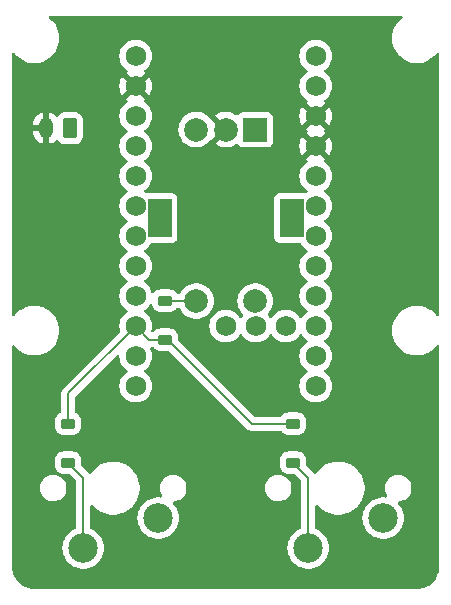
<source format=gbl>
G04 #@! TF.GenerationSoftware,KiCad,Pcbnew,8.0.7*
G04 #@! TF.CreationDate,2024-12-28T18:40:06+08:00*
G04 #@! TF.ProjectId,macroknob,6d616372-6f6b-46e6-9f62-2e6b69636164,rev?*
G04 #@! TF.SameCoordinates,Original*
G04 #@! TF.FileFunction,Copper,L2,Bot*
G04 #@! TF.FilePolarity,Positive*
%FSLAX46Y46*%
G04 Gerber Fmt 4.6, Leading zero omitted, Abs format (unit mm)*
G04 Created by KiCad (PCBNEW 8.0.7) date 2024-12-28 18:40:06*
%MOMM*%
%LPD*%
G01*
G04 APERTURE LIST*
G04 Aperture macros list*
%AMRoundRect*
0 Rectangle with rounded corners*
0 $1 Rounding radius*
0 $2 $3 $4 $5 $6 $7 $8 $9 X,Y pos of 4 corners*
0 Add a 4 corners polygon primitive as box body*
4,1,4,$2,$3,$4,$5,$6,$7,$8,$9,$2,$3,0*
0 Add four circle primitives for the rounded corners*
1,1,$1+$1,$2,$3*
1,1,$1+$1,$4,$5*
1,1,$1+$1,$6,$7*
1,1,$1+$1,$8,$9*
0 Add four rect primitives between the rounded corners*
20,1,$1+$1,$2,$3,$4,$5,0*
20,1,$1+$1,$4,$5,$6,$7,0*
20,1,$1+$1,$6,$7,$8,$9,0*
20,1,$1+$1,$8,$9,$2,$3,0*%
G04 Aperture macros list end*
G04 #@! TA.AperFunction,SMDPad,CuDef*
%ADD10RoundRect,0.225000X0.375000X-0.225000X0.375000X0.225000X-0.375000X0.225000X-0.375000X-0.225000X0*%
G04 #@! TD*
G04 #@! TA.AperFunction,SMDPad,CuDef*
%ADD11RoundRect,0.225000X-0.375000X0.225000X-0.375000X-0.225000X0.375000X-0.225000X0.375000X0.225000X0*%
G04 #@! TD*
G04 #@! TA.AperFunction,ComponentPad*
%ADD12C,2.000000*%
G04 #@! TD*
G04 #@! TA.AperFunction,ComponentPad*
%ADD13R,2.000000X3.200000*%
G04 #@! TD*
G04 #@! TA.AperFunction,ComponentPad*
%ADD14R,2.000000X2.000000*%
G04 #@! TD*
G04 #@! TA.AperFunction,ComponentPad*
%ADD15C,1.752600*%
G04 #@! TD*
G04 #@! TA.AperFunction,ComponentPad*
%ADD16C,2.500000*%
G04 #@! TD*
G04 #@! TA.AperFunction,ComponentPad*
%ADD17O,1.200000X1.750000*%
G04 #@! TD*
G04 #@! TA.AperFunction,ComponentPad*
%ADD18RoundRect,0.250000X0.350000X0.625000X-0.350000X0.625000X-0.350000X-0.625000X0.350000X-0.625000X0*%
G04 #@! TD*
G04 #@! TA.AperFunction,Conductor*
%ADD19C,0.200000*%
G04 #@! TD*
G04 APERTURE END LIST*
D10*
X109810964Y-49655073D03*
X109810964Y-46355073D03*
D11*
X120650000Y-56770000D03*
X120650000Y-60070000D03*
X101600000Y-56770000D03*
X101600000Y-60070000D03*
D12*
X117435000Y-46370000D03*
X112435000Y-46370000D03*
D13*
X109335000Y-39370000D03*
X120535000Y-39370000D03*
D12*
X114935000Y-31870000D03*
X112435000Y-31870000D03*
D14*
X117435000Y-31870000D03*
D15*
X114935000Y-48495000D03*
X117475000Y-48495000D03*
X120015000Y-48495000D03*
X107315000Y-25635000D03*
X107315000Y-28175000D03*
X107315000Y-30715000D03*
X107315000Y-33255000D03*
X107315000Y-35795000D03*
X107315000Y-38335000D03*
X107315000Y-40875000D03*
X107315000Y-43415000D03*
X107315000Y-45955000D03*
X107315000Y-48495000D03*
X107315000Y-51035000D03*
X107315000Y-53575000D03*
X122555000Y-53575000D03*
X122555000Y-51035000D03*
X122555000Y-48495000D03*
X122555000Y-45955000D03*
X122555000Y-43415000D03*
X122555000Y-40875000D03*
X122555000Y-38335000D03*
X122555000Y-35795000D03*
X122555000Y-33255000D03*
X122555000Y-30715000D03*
X122555000Y-28175000D03*
X122555000Y-25635000D03*
D16*
X121920000Y-67310000D03*
X128270000Y-64770000D03*
X109220000Y-64770000D03*
X102870000Y-67310000D03*
D17*
X99735086Y-31750000D03*
D18*
X101735086Y-31750000D03*
D19*
X112422900Y-46357900D02*
X112435000Y-46370000D01*
X110013289Y-46357900D02*
X112422900Y-46357900D01*
X120650000Y-56770000D02*
X117125389Y-56770000D01*
X117125389Y-56770000D02*
X110013289Y-49657900D01*
X108477900Y-49657900D02*
X107315000Y-48495000D01*
X110013289Y-49657900D02*
X108477900Y-49657900D01*
X101600000Y-54210000D02*
X107315000Y-48495000D01*
X101600000Y-56770000D02*
X101600000Y-54210000D01*
X121920000Y-67310000D02*
X121920000Y-61340000D01*
X121920000Y-61340000D02*
X120650000Y-60070000D01*
X102870000Y-61340000D02*
X101600000Y-60070000D01*
X102870000Y-67310000D02*
X102870000Y-61340000D01*
G04 #@! TA.AperFunction,Conductor*
G36*
X129858818Y-22244685D02*
G01*
X129904573Y-22297489D01*
X129914517Y-22366647D01*
X129885492Y-22430203D01*
X129870043Y-22445179D01*
X129690447Y-22591292D01*
X129690446Y-22591293D01*
X129494312Y-22801299D01*
X129328598Y-23036064D01*
X129196394Y-23291206D01*
X129100167Y-23561962D01*
X129100166Y-23561965D01*
X129041701Y-23843319D01*
X129022092Y-24130000D01*
X129041701Y-24416680D01*
X129100166Y-24698034D01*
X129100167Y-24698037D01*
X129196394Y-24968793D01*
X129196393Y-24968793D01*
X129328598Y-25223935D01*
X129494312Y-25458700D01*
X129579423Y-25549831D01*
X129690447Y-25668708D01*
X129913353Y-25850055D01*
X130158882Y-25999365D01*
X130345737Y-26080526D01*
X130422442Y-26113844D01*
X130699142Y-26191371D01*
X130949420Y-26225771D01*
X130983821Y-26230500D01*
X130983822Y-26230500D01*
X131271179Y-26230500D01*
X131301870Y-26226281D01*
X131555858Y-26191371D01*
X131832558Y-26113844D01*
X131945515Y-26064779D01*
X132096117Y-25999365D01*
X132096120Y-25999363D01*
X132096125Y-25999361D01*
X132341647Y-25850055D01*
X132564553Y-25668708D01*
X132760689Y-25458698D01*
X132807195Y-25392812D01*
X132861937Y-25349395D01*
X132931462Y-25342466D01*
X132993697Y-25374224D01*
X133028882Y-25434587D01*
X133032500Y-25464321D01*
X133032500Y-47560678D01*
X133012815Y-47627717D01*
X132960011Y-47673472D01*
X132890853Y-47683416D01*
X132827297Y-47654391D01*
X132807196Y-47632186D01*
X132760691Y-47566304D01*
X132720644Y-47523424D01*
X132564553Y-47356292D01*
X132341647Y-47174945D01*
X132341646Y-47174944D01*
X132096117Y-47025634D01*
X131832563Y-46911158D01*
X131832561Y-46911157D01*
X131832558Y-46911156D01*
X131703078Y-46874877D01*
X131555864Y-46833630D01*
X131555859Y-46833629D01*
X131555858Y-46833629D01*
X131413518Y-46814064D01*
X131271179Y-46794500D01*
X131271178Y-46794500D01*
X130983822Y-46794500D01*
X130983821Y-46794500D01*
X130699142Y-46833629D01*
X130699135Y-46833630D01*
X130502350Y-46888767D01*
X130422442Y-46911156D01*
X130422439Y-46911156D01*
X130422436Y-46911158D01*
X130422435Y-46911158D01*
X130158882Y-47025634D01*
X129913353Y-47174944D01*
X129690450Y-47356289D01*
X129494312Y-47566299D01*
X129328598Y-47801064D01*
X129196394Y-48056206D01*
X129100167Y-48326962D01*
X129100166Y-48326965D01*
X129041701Y-48608319D01*
X129022092Y-48895000D01*
X129041701Y-49181680D01*
X129100166Y-49463034D01*
X129100167Y-49463037D01*
X129196394Y-49733793D01*
X129196393Y-49733793D01*
X129328598Y-49988935D01*
X129494312Y-50223700D01*
X129579423Y-50314831D01*
X129690447Y-50433708D01*
X129823650Y-50542076D01*
X129913353Y-50615055D01*
X130158882Y-50764365D01*
X130345737Y-50845526D01*
X130422442Y-50878844D01*
X130699142Y-50956371D01*
X130949420Y-50990771D01*
X130983821Y-50995500D01*
X130983822Y-50995500D01*
X131271179Y-50995500D01*
X131301870Y-50991281D01*
X131555858Y-50956371D01*
X131832558Y-50878844D01*
X131996558Y-50807609D01*
X132096117Y-50764365D01*
X132096120Y-50764363D01*
X132096125Y-50764361D01*
X132341647Y-50615055D01*
X132564553Y-50433708D01*
X132760689Y-50223698D01*
X132807195Y-50157812D01*
X132861937Y-50114395D01*
X132931462Y-50107466D01*
X132993697Y-50139224D01*
X133028882Y-50199587D01*
X133032500Y-50229321D01*
X133032500Y-68798072D01*
X133032184Y-68806918D01*
X133012775Y-69078285D01*
X133010257Y-69095797D01*
X132953372Y-69357294D01*
X132948388Y-69374270D01*
X132854861Y-69625024D01*
X132847511Y-69641117D01*
X132719258Y-69875996D01*
X132709693Y-69890880D01*
X132549311Y-70105124D01*
X132537725Y-70118494D01*
X132348494Y-70307725D01*
X132335124Y-70319311D01*
X132120880Y-70479693D01*
X132105996Y-70489258D01*
X131871117Y-70617511D01*
X131855024Y-70624861D01*
X131604270Y-70718388D01*
X131587294Y-70723372D01*
X131325797Y-70780257D01*
X131308285Y-70782775D01*
X131036918Y-70802184D01*
X131028072Y-70802500D01*
X98841928Y-70802500D01*
X98833082Y-70802184D01*
X98561714Y-70782775D01*
X98544202Y-70780257D01*
X98282705Y-70723372D01*
X98265729Y-70718388D01*
X98014975Y-70624861D01*
X97998882Y-70617511D01*
X97764003Y-70489258D01*
X97749119Y-70479693D01*
X97534875Y-70319311D01*
X97521505Y-70307725D01*
X97332274Y-70118494D01*
X97320688Y-70105124D01*
X97160302Y-69890875D01*
X97150744Y-69876001D01*
X97022487Y-69641116D01*
X97015138Y-69625024D01*
X96921608Y-69374262D01*
X96916629Y-69357303D01*
X96859741Y-69095791D01*
X96857224Y-69078285D01*
X96853155Y-69021394D01*
X96837816Y-68806918D01*
X96837500Y-68798072D01*
X96837500Y-62141421D01*
X99204500Y-62141421D01*
X99204500Y-62318578D01*
X99232214Y-62493556D01*
X99286956Y-62662039D01*
X99286957Y-62662042D01*
X99367386Y-62819890D01*
X99471517Y-62963214D01*
X99596786Y-63088483D01*
X99740110Y-63192614D01*
X99808577Y-63227500D01*
X99897957Y-63273042D01*
X99897960Y-63273043D01*
X99982201Y-63300414D01*
X100066445Y-63327786D01*
X100241421Y-63355500D01*
X100241422Y-63355500D01*
X100418578Y-63355500D01*
X100418579Y-63355500D01*
X100593555Y-63327786D01*
X100762042Y-63273042D01*
X100919890Y-63192614D01*
X101063214Y-63088483D01*
X101188483Y-62963214D01*
X101292614Y-62819890D01*
X101373042Y-62662042D01*
X101427786Y-62493555D01*
X101455500Y-62318579D01*
X101455500Y-62141421D01*
X101427786Y-61966445D01*
X101373042Y-61797958D01*
X101373042Y-61797957D01*
X101292613Y-61640109D01*
X101188483Y-61496786D01*
X101063214Y-61371517D01*
X100919890Y-61267386D01*
X100762042Y-61186957D01*
X100762039Y-61186956D01*
X100593556Y-61132214D01*
X100506067Y-61118357D01*
X100418579Y-61104500D01*
X100241421Y-61104500D01*
X100217966Y-61108215D01*
X100066443Y-61132214D01*
X99897960Y-61186956D01*
X99897957Y-61186957D01*
X99740109Y-61267386D01*
X99658338Y-61326796D01*
X99596786Y-61371517D01*
X99596784Y-61371519D01*
X99596783Y-61371519D01*
X99471519Y-61496783D01*
X99471519Y-61496784D01*
X99471517Y-61496786D01*
X99431099Y-61552416D01*
X99367386Y-61640109D01*
X99286957Y-61797957D01*
X99286956Y-61797960D01*
X99232214Y-61966443D01*
X99204500Y-62141421D01*
X96837500Y-62141421D01*
X96837500Y-59796647D01*
X100499500Y-59796647D01*
X100499500Y-60343337D01*
X100499501Y-60343355D01*
X100509650Y-60442707D01*
X100509651Y-60442710D01*
X100562996Y-60603694D01*
X100563001Y-60603705D01*
X100652029Y-60748040D01*
X100652032Y-60748044D01*
X100771955Y-60867967D01*
X100771959Y-60867970D01*
X100916294Y-60956998D01*
X100916297Y-60956999D01*
X100916303Y-60957003D01*
X101077292Y-61010349D01*
X101176655Y-61020500D01*
X101649902Y-61020499D01*
X101716941Y-61040183D01*
X101737583Y-61056818D01*
X102233181Y-61552416D01*
X102266666Y-61613739D01*
X102269500Y-61640097D01*
X102269500Y-65578363D01*
X102249815Y-65645402D01*
X102199302Y-65690083D01*
X101992300Y-65789769D01*
X101775520Y-65937567D01*
X101583198Y-66116014D01*
X101419614Y-66321143D01*
X101288432Y-66548356D01*
X101192582Y-66792578D01*
X101192576Y-66792597D01*
X101134197Y-67048374D01*
X101134196Y-67048379D01*
X101114592Y-67309995D01*
X101114592Y-67310004D01*
X101134196Y-67571620D01*
X101134197Y-67571625D01*
X101192576Y-67827402D01*
X101192578Y-67827411D01*
X101192580Y-67827416D01*
X101288432Y-68071643D01*
X101419614Y-68298857D01*
X101551736Y-68464533D01*
X101583198Y-68503985D01*
X101764753Y-68672441D01*
X101775521Y-68682433D01*
X101992296Y-68830228D01*
X101992301Y-68830230D01*
X101992302Y-68830231D01*
X101992303Y-68830232D01*
X102117843Y-68890688D01*
X102228673Y-68944061D01*
X102228674Y-68944061D01*
X102228677Y-68944063D01*
X102479385Y-69021396D01*
X102738818Y-69060500D01*
X103001182Y-69060500D01*
X103260615Y-69021396D01*
X103511323Y-68944063D01*
X103747704Y-68830228D01*
X103964479Y-68682433D01*
X104156805Y-68503981D01*
X104320386Y-68298857D01*
X104451568Y-68071643D01*
X104547420Y-67827416D01*
X104605802Y-67571630D01*
X104625408Y-67310000D01*
X104605802Y-67048370D01*
X104547420Y-66792584D01*
X104451568Y-66548357D01*
X104320386Y-66321143D01*
X104156805Y-66116019D01*
X104156804Y-66116018D01*
X104156801Y-66116014D01*
X103964479Y-65937567D01*
X103747704Y-65789772D01*
X103747701Y-65789771D01*
X103747699Y-65789769D01*
X103540698Y-65690083D01*
X103488839Y-65643261D01*
X103470500Y-65578363D01*
X103470500Y-64769995D01*
X107464592Y-64769995D01*
X107464592Y-64770004D01*
X107484196Y-65031620D01*
X107484197Y-65031625D01*
X107542576Y-65287402D01*
X107542578Y-65287411D01*
X107542580Y-65287416D01*
X107638432Y-65531643D01*
X107769614Y-65758857D01*
X107901736Y-65924533D01*
X107933198Y-65963985D01*
X108097048Y-66116014D01*
X108125521Y-66142433D01*
X108342296Y-66290228D01*
X108342301Y-66290230D01*
X108342302Y-66290231D01*
X108342303Y-66290232D01*
X108467843Y-66350688D01*
X108578673Y-66404061D01*
X108578674Y-66404061D01*
X108578677Y-66404063D01*
X108829385Y-66481396D01*
X109088818Y-66520500D01*
X109351182Y-66520500D01*
X109610615Y-66481396D01*
X109861323Y-66404063D01*
X110097704Y-66290228D01*
X110314479Y-66142433D01*
X110506805Y-65963981D01*
X110670386Y-65758857D01*
X110801568Y-65531643D01*
X110897420Y-65287416D01*
X110955802Y-65031630D01*
X110975408Y-64770000D01*
X110955802Y-64508370D01*
X110897420Y-64252584D01*
X110801568Y-64008357D01*
X110670386Y-63781143D01*
X110506805Y-63576019D01*
X110506803Y-63576017D01*
X110506799Y-63576012D01*
X110506798Y-63576011D01*
X110500622Y-63570281D01*
X110464866Y-63510254D01*
X110467239Y-63440425D01*
X110506988Y-63382964D01*
X110571493Y-63356115D01*
X110575227Y-63355764D01*
X110578576Y-63355500D01*
X110578579Y-63355500D01*
X110753555Y-63327786D01*
X110922042Y-63273042D01*
X111079890Y-63192614D01*
X111223214Y-63088483D01*
X111348483Y-62963214D01*
X111452614Y-62819890D01*
X111533042Y-62662042D01*
X111587786Y-62493555D01*
X111615500Y-62318579D01*
X111615500Y-62141421D01*
X118254500Y-62141421D01*
X118254500Y-62318578D01*
X118282214Y-62493556D01*
X118336956Y-62662039D01*
X118336957Y-62662042D01*
X118417386Y-62819890D01*
X118521517Y-62963214D01*
X118646786Y-63088483D01*
X118790110Y-63192614D01*
X118858577Y-63227500D01*
X118947957Y-63273042D01*
X118947960Y-63273043D01*
X119032201Y-63300414D01*
X119116445Y-63327786D01*
X119291421Y-63355500D01*
X119291422Y-63355500D01*
X119468578Y-63355500D01*
X119468579Y-63355500D01*
X119643555Y-63327786D01*
X119812042Y-63273042D01*
X119969890Y-63192614D01*
X120113214Y-63088483D01*
X120238483Y-62963214D01*
X120342614Y-62819890D01*
X120423042Y-62662042D01*
X120477786Y-62493555D01*
X120505500Y-62318579D01*
X120505500Y-62141421D01*
X120477786Y-61966445D01*
X120423042Y-61797958D01*
X120423042Y-61797957D01*
X120342613Y-61640109D01*
X120238483Y-61496786D01*
X120113214Y-61371517D01*
X119969890Y-61267386D01*
X119812042Y-61186957D01*
X119812039Y-61186956D01*
X119643556Y-61132214D01*
X119556067Y-61118357D01*
X119468579Y-61104500D01*
X119291421Y-61104500D01*
X119267966Y-61108215D01*
X119116443Y-61132214D01*
X118947960Y-61186956D01*
X118947957Y-61186957D01*
X118790109Y-61267386D01*
X118708338Y-61326796D01*
X118646786Y-61371517D01*
X118646784Y-61371519D01*
X118646783Y-61371519D01*
X118521519Y-61496783D01*
X118521519Y-61496784D01*
X118521517Y-61496786D01*
X118481099Y-61552416D01*
X118417386Y-61640109D01*
X118336957Y-61797957D01*
X118336956Y-61797960D01*
X118282214Y-61966443D01*
X118254500Y-62141421D01*
X111615500Y-62141421D01*
X111587786Y-61966445D01*
X111533042Y-61797958D01*
X111533042Y-61797957D01*
X111452613Y-61640109D01*
X111348483Y-61496786D01*
X111223214Y-61371517D01*
X111079890Y-61267386D01*
X110922042Y-61186957D01*
X110922039Y-61186956D01*
X110753556Y-61132214D01*
X110666067Y-61118357D01*
X110578579Y-61104500D01*
X110401421Y-61104500D01*
X110377966Y-61108215D01*
X110226443Y-61132214D01*
X110057960Y-61186956D01*
X110057957Y-61186957D01*
X109900109Y-61267386D01*
X109818338Y-61326796D01*
X109756786Y-61371517D01*
X109756784Y-61371519D01*
X109756783Y-61371519D01*
X109631519Y-61496783D01*
X109631519Y-61496784D01*
X109631517Y-61496786D01*
X109591099Y-61552416D01*
X109527386Y-61640109D01*
X109446957Y-61797957D01*
X109446956Y-61797960D01*
X109392214Y-61966443D01*
X109364500Y-62141421D01*
X109364500Y-62318578D01*
X109392214Y-62493556D01*
X109446956Y-62662039D01*
X109446957Y-62662042D01*
X109527387Y-62819892D01*
X109537798Y-62834222D01*
X109561277Y-62900029D01*
X109545451Y-62968082D01*
X109495344Y-63016776D01*
X109426866Y-63030651D01*
X109418998Y-63029721D01*
X109351189Y-63019500D01*
X109351182Y-63019500D01*
X109088818Y-63019500D01*
X109088812Y-63019500D01*
X108927247Y-63043853D01*
X108829385Y-63058604D01*
X108829382Y-63058605D01*
X108829376Y-63058606D01*
X108578673Y-63135938D01*
X108342303Y-63249767D01*
X108342302Y-63249768D01*
X108125520Y-63397567D01*
X107933198Y-63576014D01*
X107769614Y-63781143D01*
X107638432Y-64008356D01*
X107542582Y-64252578D01*
X107542576Y-64252597D01*
X107484197Y-64508374D01*
X107484196Y-64508379D01*
X107464592Y-64769995D01*
X103470500Y-64769995D01*
X103470500Y-63764538D01*
X103490185Y-63697499D01*
X103542989Y-63651744D01*
X103612147Y-63641800D01*
X103675703Y-63670825D01*
X103692876Y-63689052D01*
X103714352Y-63717040D01*
X103714358Y-63717047D01*
X103922952Y-63925641D01*
X103922959Y-63925647D01*
X104157006Y-64105238D01*
X104412489Y-64252741D01*
X104412490Y-64252741D01*
X104412493Y-64252743D01*
X104685048Y-64365639D01*
X104970007Y-64441993D01*
X105262494Y-64480500D01*
X105262501Y-64480500D01*
X105557499Y-64480500D01*
X105557506Y-64480500D01*
X105849993Y-64441993D01*
X106134952Y-64365639D01*
X106407507Y-64252743D01*
X106662994Y-64105238D01*
X106897042Y-63925646D01*
X107105646Y-63717042D01*
X107285238Y-63482994D01*
X107432743Y-63227507D01*
X107545639Y-62954952D01*
X107621993Y-62669993D01*
X107660500Y-62377506D01*
X107660500Y-62082494D01*
X107621993Y-61790007D01*
X107545639Y-61505048D01*
X107432743Y-61232493D01*
X107406453Y-61186958D01*
X107285238Y-60977006D01*
X107105647Y-60742959D01*
X107105641Y-60742952D01*
X106897047Y-60534358D01*
X106897040Y-60534352D01*
X106662993Y-60354761D01*
X106407510Y-60207258D01*
X106407500Y-60207254D01*
X106134961Y-60094364D01*
X106134954Y-60094362D01*
X106134952Y-60094361D01*
X105849993Y-60018007D01*
X105801113Y-60011571D01*
X105557513Y-59979500D01*
X105557506Y-59979500D01*
X105262494Y-59979500D01*
X105262486Y-59979500D01*
X104984085Y-60016153D01*
X104970007Y-60018007D01*
X104685048Y-60094361D01*
X104685038Y-60094364D01*
X104412499Y-60207254D01*
X104412489Y-60207258D01*
X104157006Y-60354761D01*
X103922959Y-60534352D01*
X103922952Y-60534358D01*
X103714358Y-60742952D01*
X103543212Y-60965994D01*
X103486784Y-61007196D01*
X103417038Y-61011351D01*
X103356117Y-60977138D01*
X103354454Y-60975219D01*
X103350521Y-60971286D01*
X103350520Y-60971284D01*
X103238716Y-60859480D01*
X103238715Y-60859479D01*
X103234385Y-60855149D01*
X103234374Y-60855139D01*
X102736818Y-60357583D01*
X102703333Y-60296260D01*
X102700499Y-60269902D01*
X102700499Y-59796662D01*
X102700498Y-59796647D01*
X119549500Y-59796647D01*
X119549500Y-60343337D01*
X119549501Y-60343355D01*
X119559650Y-60442707D01*
X119559651Y-60442710D01*
X119612996Y-60603694D01*
X119613001Y-60603705D01*
X119702029Y-60748040D01*
X119702032Y-60748044D01*
X119821955Y-60867967D01*
X119821959Y-60867970D01*
X119966294Y-60956998D01*
X119966297Y-60956999D01*
X119966303Y-60957003D01*
X120127292Y-61010349D01*
X120226655Y-61020500D01*
X120699902Y-61020499D01*
X120766941Y-61040183D01*
X120787583Y-61056818D01*
X121283181Y-61552416D01*
X121316666Y-61613739D01*
X121319500Y-61640097D01*
X121319500Y-65578363D01*
X121299815Y-65645402D01*
X121249302Y-65690083D01*
X121042300Y-65789769D01*
X120825520Y-65937567D01*
X120633198Y-66116014D01*
X120469614Y-66321143D01*
X120338432Y-66548356D01*
X120242582Y-66792578D01*
X120242576Y-66792597D01*
X120184197Y-67048374D01*
X120184196Y-67048379D01*
X120164592Y-67309995D01*
X120164592Y-67310004D01*
X120184196Y-67571620D01*
X120184197Y-67571625D01*
X120242576Y-67827402D01*
X120242578Y-67827411D01*
X120242580Y-67827416D01*
X120338432Y-68071643D01*
X120469614Y-68298857D01*
X120601736Y-68464533D01*
X120633198Y-68503985D01*
X120814753Y-68672441D01*
X120825521Y-68682433D01*
X121042296Y-68830228D01*
X121042301Y-68830230D01*
X121042302Y-68830231D01*
X121042303Y-68830232D01*
X121167843Y-68890688D01*
X121278673Y-68944061D01*
X121278674Y-68944061D01*
X121278677Y-68944063D01*
X121529385Y-69021396D01*
X121788818Y-69060500D01*
X122051182Y-69060500D01*
X122310615Y-69021396D01*
X122561323Y-68944063D01*
X122797704Y-68830228D01*
X123014479Y-68682433D01*
X123206805Y-68503981D01*
X123370386Y-68298857D01*
X123501568Y-68071643D01*
X123597420Y-67827416D01*
X123655802Y-67571630D01*
X123675408Y-67310000D01*
X123655802Y-67048370D01*
X123597420Y-66792584D01*
X123501568Y-66548357D01*
X123370386Y-66321143D01*
X123206805Y-66116019D01*
X123206804Y-66116018D01*
X123206801Y-66116014D01*
X123014479Y-65937567D01*
X122797704Y-65789772D01*
X122797701Y-65789771D01*
X122797699Y-65789769D01*
X122590698Y-65690083D01*
X122538839Y-65643261D01*
X122520500Y-65578363D01*
X122520500Y-64769995D01*
X126514592Y-64769995D01*
X126514592Y-64770004D01*
X126534196Y-65031620D01*
X126534197Y-65031625D01*
X126592576Y-65287402D01*
X126592578Y-65287411D01*
X126592580Y-65287416D01*
X126688432Y-65531643D01*
X126819614Y-65758857D01*
X126951736Y-65924533D01*
X126983198Y-65963985D01*
X127147048Y-66116014D01*
X127175521Y-66142433D01*
X127392296Y-66290228D01*
X127392301Y-66290230D01*
X127392302Y-66290231D01*
X127392303Y-66290232D01*
X127517843Y-66350688D01*
X127628673Y-66404061D01*
X127628674Y-66404061D01*
X127628677Y-66404063D01*
X127879385Y-66481396D01*
X128138818Y-66520500D01*
X128401182Y-66520500D01*
X128660615Y-66481396D01*
X128911323Y-66404063D01*
X129147704Y-66290228D01*
X129364479Y-66142433D01*
X129556805Y-65963981D01*
X129720386Y-65758857D01*
X129851568Y-65531643D01*
X129947420Y-65287416D01*
X130005802Y-65031630D01*
X130025408Y-64770000D01*
X130005802Y-64508370D01*
X129947420Y-64252584D01*
X129851568Y-64008357D01*
X129720386Y-63781143D01*
X129556805Y-63576019D01*
X129556803Y-63576017D01*
X129556799Y-63576012D01*
X129556798Y-63576011D01*
X129550622Y-63570281D01*
X129514866Y-63510254D01*
X129517239Y-63440425D01*
X129556988Y-63382964D01*
X129621493Y-63356115D01*
X129625227Y-63355764D01*
X129628576Y-63355500D01*
X129628579Y-63355500D01*
X129803555Y-63327786D01*
X129972042Y-63273042D01*
X130129890Y-63192614D01*
X130273214Y-63088483D01*
X130398483Y-62963214D01*
X130502614Y-62819890D01*
X130583042Y-62662042D01*
X130637786Y-62493555D01*
X130665500Y-62318579D01*
X130665500Y-62141421D01*
X130637786Y-61966445D01*
X130583042Y-61797958D01*
X130583042Y-61797957D01*
X130502613Y-61640109D01*
X130398483Y-61496786D01*
X130273214Y-61371517D01*
X130129890Y-61267386D01*
X129972042Y-61186957D01*
X129972039Y-61186956D01*
X129803556Y-61132214D01*
X129716067Y-61118357D01*
X129628579Y-61104500D01*
X129451421Y-61104500D01*
X129427966Y-61108215D01*
X129276443Y-61132214D01*
X129107960Y-61186956D01*
X129107957Y-61186957D01*
X128950109Y-61267386D01*
X128868338Y-61326796D01*
X128806786Y-61371517D01*
X128806784Y-61371519D01*
X128806783Y-61371519D01*
X128681519Y-61496783D01*
X128681519Y-61496784D01*
X128681517Y-61496786D01*
X128641099Y-61552416D01*
X128577386Y-61640109D01*
X128496957Y-61797957D01*
X128496956Y-61797960D01*
X128442214Y-61966443D01*
X128414500Y-62141421D01*
X128414500Y-62318578D01*
X128442214Y-62493556D01*
X128496956Y-62662039D01*
X128496957Y-62662042D01*
X128577387Y-62819892D01*
X128587798Y-62834222D01*
X128611277Y-62900029D01*
X128595451Y-62968082D01*
X128545344Y-63016776D01*
X128476866Y-63030651D01*
X128468998Y-63029721D01*
X128401189Y-63019500D01*
X128401182Y-63019500D01*
X128138818Y-63019500D01*
X128138812Y-63019500D01*
X127977247Y-63043853D01*
X127879385Y-63058604D01*
X127879382Y-63058605D01*
X127879376Y-63058606D01*
X127628673Y-63135938D01*
X127392303Y-63249767D01*
X127392302Y-63249768D01*
X127175520Y-63397567D01*
X126983198Y-63576014D01*
X126819614Y-63781143D01*
X126688432Y-64008356D01*
X126592582Y-64252578D01*
X126592576Y-64252597D01*
X126534197Y-64508374D01*
X126534196Y-64508379D01*
X126514592Y-64769995D01*
X122520500Y-64769995D01*
X122520500Y-63764538D01*
X122540185Y-63697499D01*
X122592989Y-63651744D01*
X122662147Y-63641800D01*
X122725703Y-63670825D01*
X122742876Y-63689052D01*
X122764352Y-63717040D01*
X122764358Y-63717047D01*
X122972952Y-63925641D01*
X122972959Y-63925647D01*
X123207006Y-64105238D01*
X123462489Y-64252741D01*
X123462490Y-64252741D01*
X123462493Y-64252743D01*
X123735048Y-64365639D01*
X124020007Y-64441993D01*
X124312494Y-64480500D01*
X124312501Y-64480500D01*
X124607499Y-64480500D01*
X124607506Y-64480500D01*
X124899993Y-64441993D01*
X125184952Y-64365639D01*
X125457507Y-64252743D01*
X125712994Y-64105238D01*
X125947042Y-63925646D01*
X126155646Y-63717042D01*
X126335238Y-63482994D01*
X126482743Y-63227507D01*
X126595639Y-62954952D01*
X126671993Y-62669993D01*
X126710500Y-62377506D01*
X126710500Y-62082494D01*
X126671993Y-61790007D01*
X126595639Y-61505048D01*
X126482743Y-61232493D01*
X126456453Y-61186958D01*
X126335238Y-60977006D01*
X126155647Y-60742959D01*
X126155641Y-60742952D01*
X125947047Y-60534358D01*
X125947040Y-60534352D01*
X125712993Y-60354761D01*
X125457510Y-60207258D01*
X125457500Y-60207254D01*
X125184961Y-60094364D01*
X125184954Y-60094362D01*
X125184952Y-60094361D01*
X124899993Y-60018007D01*
X124851113Y-60011571D01*
X124607513Y-59979500D01*
X124607506Y-59979500D01*
X124312494Y-59979500D01*
X124312486Y-59979500D01*
X124034085Y-60016153D01*
X124020007Y-60018007D01*
X123735048Y-60094361D01*
X123735038Y-60094364D01*
X123462499Y-60207254D01*
X123462489Y-60207258D01*
X123207006Y-60354761D01*
X122972959Y-60534352D01*
X122972952Y-60534358D01*
X122764358Y-60742952D01*
X122593212Y-60965994D01*
X122536784Y-61007196D01*
X122467038Y-61011351D01*
X122406117Y-60977138D01*
X122404454Y-60975219D01*
X122400521Y-60971286D01*
X122400520Y-60971284D01*
X122288716Y-60859480D01*
X122288715Y-60859479D01*
X122284385Y-60855149D01*
X122284374Y-60855139D01*
X121786818Y-60357583D01*
X121753333Y-60296260D01*
X121750499Y-60269902D01*
X121750499Y-59796662D01*
X121750498Y-59796644D01*
X121740349Y-59697292D01*
X121740348Y-59697289D01*
X121687003Y-59536303D01*
X121686999Y-59536297D01*
X121686998Y-59536294D01*
X121597970Y-59391959D01*
X121597967Y-59391955D01*
X121478044Y-59272032D01*
X121478040Y-59272029D01*
X121333705Y-59183001D01*
X121333699Y-59182998D01*
X121333697Y-59182997D01*
X121333694Y-59182996D01*
X121172709Y-59129651D01*
X121073346Y-59119500D01*
X120226662Y-59119500D01*
X120226644Y-59119501D01*
X120127292Y-59129650D01*
X120127289Y-59129651D01*
X119966305Y-59182996D01*
X119966294Y-59183001D01*
X119821959Y-59272029D01*
X119821955Y-59272032D01*
X119702032Y-59391955D01*
X119702029Y-59391959D01*
X119613001Y-59536294D01*
X119612996Y-59536305D01*
X119559651Y-59697290D01*
X119549500Y-59796647D01*
X102700498Y-59796647D01*
X102700498Y-59796644D01*
X102690349Y-59697292D01*
X102690348Y-59697289D01*
X102637003Y-59536303D01*
X102636999Y-59536297D01*
X102636998Y-59536294D01*
X102547970Y-59391959D01*
X102547967Y-59391955D01*
X102428044Y-59272032D01*
X102428040Y-59272029D01*
X102283705Y-59183001D01*
X102283699Y-59182998D01*
X102283697Y-59182997D01*
X102283694Y-59182996D01*
X102122709Y-59129651D01*
X102023346Y-59119500D01*
X101176662Y-59119500D01*
X101176644Y-59119501D01*
X101077292Y-59129650D01*
X101077289Y-59129651D01*
X100916305Y-59182996D01*
X100916294Y-59183001D01*
X100771959Y-59272029D01*
X100771955Y-59272032D01*
X100652032Y-59391955D01*
X100652029Y-59391959D01*
X100563001Y-59536294D01*
X100562996Y-59536305D01*
X100509651Y-59697290D01*
X100499500Y-59796647D01*
X96837500Y-59796647D01*
X96837500Y-56496647D01*
X100499500Y-56496647D01*
X100499500Y-57043337D01*
X100499501Y-57043355D01*
X100509650Y-57142707D01*
X100509651Y-57142710D01*
X100562996Y-57303694D01*
X100563001Y-57303705D01*
X100652029Y-57448040D01*
X100652032Y-57448044D01*
X100771955Y-57567967D01*
X100771959Y-57567970D01*
X100916294Y-57656998D01*
X100916297Y-57656999D01*
X100916303Y-57657003D01*
X101077292Y-57710349D01*
X101176655Y-57720500D01*
X102023344Y-57720499D01*
X102023352Y-57720498D01*
X102023355Y-57720498D01*
X102077760Y-57714940D01*
X102122708Y-57710349D01*
X102283697Y-57657003D01*
X102428044Y-57567968D01*
X102547968Y-57448044D01*
X102637003Y-57303697D01*
X102690349Y-57142708D01*
X102700500Y-57043345D01*
X102700499Y-56496656D01*
X102690349Y-56397292D01*
X102637003Y-56236303D01*
X102636999Y-56236297D01*
X102636998Y-56236294D01*
X102547970Y-56091959D01*
X102547967Y-56091955D01*
X102428043Y-55972031D01*
X102283702Y-55882999D01*
X102277155Y-55879947D01*
X102277904Y-55878338D01*
X102228047Y-55843816D01*
X102201227Y-55779299D01*
X102200500Y-55765887D01*
X102200500Y-54510097D01*
X102220185Y-54443058D01*
X102236819Y-54422416D01*
X103932784Y-52726451D01*
X105722231Y-50937003D01*
X105783552Y-50903520D01*
X105853244Y-50908504D01*
X105909177Y-50950376D01*
X105933594Y-51015840D01*
X105933488Y-51034911D01*
X105933481Y-51034995D01*
X105933481Y-51035005D01*
X105952321Y-51262383D01*
X105952323Y-51262391D01*
X106008335Y-51483577D01*
X106099989Y-51692529D01*
X106224787Y-51883548D01*
X106379319Y-52051413D01*
X106379323Y-52051417D01*
X106559379Y-52191560D01*
X106559383Y-52191562D01*
X106567483Y-52195946D01*
X106617073Y-52245166D01*
X106632180Y-52313383D01*
X106608008Y-52378939D01*
X106567483Y-52414054D01*
X106559383Y-52418437D01*
X106559379Y-52418439D01*
X106379323Y-52558582D01*
X106379319Y-52558586D01*
X106224787Y-52726451D01*
X106099989Y-52917470D01*
X106008335Y-53126422D01*
X105952323Y-53347608D01*
X105952321Y-53347616D01*
X105933481Y-53574994D01*
X105933481Y-53575005D01*
X105952321Y-53802383D01*
X105952323Y-53802391D01*
X106008335Y-54023577D01*
X106099989Y-54232529D01*
X106224787Y-54423548D01*
X106304462Y-54510097D01*
X106379323Y-54591417D01*
X106559381Y-54731561D01*
X106760050Y-54840158D01*
X106975857Y-54914245D01*
X107200915Y-54951800D01*
X107429085Y-54951800D01*
X107654143Y-54914245D01*
X107869950Y-54840158D01*
X108070619Y-54731561D01*
X108250677Y-54591417D01*
X108405213Y-54423547D01*
X108530010Y-54232530D01*
X108621664Y-54023578D01*
X108677677Y-53802391D01*
X108696519Y-53575000D01*
X108677677Y-53347609D01*
X108621664Y-53126422D01*
X108530010Y-52917470D01*
X108405213Y-52726453D01*
X108405212Y-52726451D01*
X108250680Y-52558586D01*
X108250676Y-52558582D01*
X108070620Y-52418440D01*
X108070619Y-52418439D01*
X108062517Y-52414054D01*
X108012928Y-52364837D01*
X107997818Y-52296621D01*
X108021988Y-52231065D01*
X108062517Y-52195945D01*
X108070619Y-52191561D01*
X108250677Y-52051417D01*
X108405213Y-51883547D01*
X108530010Y-51692530D01*
X108621664Y-51483578D01*
X108677677Y-51262391D01*
X108696519Y-51035000D01*
X108694931Y-51015840D01*
X108677678Y-50807616D01*
X108677677Y-50807613D01*
X108677677Y-50807609D01*
X108621664Y-50586422D01*
X108554021Y-50432210D01*
X108545118Y-50362909D01*
X108575096Y-50299797D01*
X108634435Y-50262911D01*
X108667577Y-50258400D01*
X108747703Y-50258400D01*
X108814742Y-50278085D01*
X108853241Y-50317302D01*
X108862995Y-50333116D01*
X108982919Y-50453040D01*
X108982923Y-50453043D01*
X109127258Y-50542071D01*
X109127261Y-50542072D01*
X109127267Y-50542076D01*
X109288256Y-50595422D01*
X109387619Y-50605573D01*
X110060364Y-50605572D01*
X110127403Y-50625256D01*
X110148045Y-50641891D01*
X116640528Y-57134374D01*
X116640538Y-57134385D01*
X116644868Y-57138715D01*
X116644869Y-57138716D01*
X116756673Y-57250520D01*
X116843484Y-57300639D01*
X116843486Y-57300641D01*
X116893602Y-57329576D01*
X116893604Y-57329577D01*
X117046331Y-57370500D01*
X117046332Y-57370500D01*
X119584996Y-57370500D01*
X119652035Y-57390185D01*
X119690535Y-57429404D01*
X119702031Y-57448043D01*
X119821955Y-57567967D01*
X119821959Y-57567970D01*
X119966294Y-57656998D01*
X119966297Y-57656999D01*
X119966303Y-57657003D01*
X120127292Y-57710349D01*
X120226655Y-57720500D01*
X121073344Y-57720499D01*
X121073352Y-57720498D01*
X121073355Y-57720498D01*
X121127760Y-57714940D01*
X121172708Y-57710349D01*
X121333697Y-57657003D01*
X121478044Y-57567968D01*
X121597968Y-57448044D01*
X121687003Y-57303697D01*
X121740349Y-57142708D01*
X121750500Y-57043345D01*
X121750499Y-56496656D01*
X121740349Y-56397292D01*
X121687003Y-56236303D01*
X121686999Y-56236297D01*
X121686998Y-56236294D01*
X121597970Y-56091959D01*
X121597967Y-56091955D01*
X121478044Y-55972032D01*
X121478040Y-55972029D01*
X121333705Y-55883001D01*
X121333699Y-55882998D01*
X121333697Y-55882997D01*
X121333694Y-55882996D01*
X121172709Y-55829651D01*
X121073346Y-55819500D01*
X120226662Y-55819500D01*
X120226644Y-55819501D01*
X120127292Y-55829650D01*
X120127289Y-55829651D01*
X119966305Y-55882996D01*
X119966294Y-55883001D01*
X119821959Y-55972029D01*
X119821955Y-55972032D01*
X119702031Y-56091956D01*
X119690535Y-56110596D01*
X119638588Y-56157321D01*
X119584996Y-56169500D01*
X117425486Y-56169500D01*
X117358447Y-56149815D01*
X117337805Y-56133181D01*
X110947782Y-49743158D01*
X110914297Y-49681835D01*
X110911463Y-49655477D01*
X110911463Y-49381735D01*
X110911462Y-49381717D01*
X110901313Y-49282365D01*
X110901312Y-49282362D01*
X110868021Y-49181896D01*
X110847967Y-49121376D01*
X110847963Y-49121370D01*
X110847962Y-49121367D01*
X110758934Y-48977032D01*
X110758931Y-48977028D01*
X110639008Y-48857105D01*
X110639004Y-48857102D01*
X110494669Y-48768074D01*
X110494663Y-48768071D01*
X110494661Y-48768070D01*
X110494658Y-48768069D01*
X110333673Y-48714724D01*
X110234310Y-48704573D01*
X109387626Y-48704573D01*
X109387608Y-48704574D01*
X109288256Y-48714723D01*
X109288253Y-48714724D01*
X109127269Y-48768069D01*
X109127258Y-48768074D01*
X108982923Y-48857102D01*
X108982919Y-48857105D01*
X108862996Y-48977028D01*
X108858515Y-48982696D01*
X108857449Y-48981853D01*
X108811272Y-49023385D01*
X108742309Y-49034604D01*
X108678228Y-49006758D01*
X108639374Y-48948688D01*
X108637481Y-48881120D01*
X108677674Y-48722403D01*
X108677676Y-48722394D01*
X108677677Y-48722391D01*
X108677678Y-48722383D01*
X108696519Y-48495005D01*
X108696519Y-48494994D01*
X113553481Y-48494994D01*
X113553481Y-48495005D01*
X113572321Y-48722383D01*
X113572323Y-48722391D01*
X113628335Y-48943577D01*
X113719989Y-49152529D01*
X113844787Y-49343548D01*
X113964705Y-49473812D01*
X113999323Y-49511417D01*
X114179381Y-49651561D01*
X114380050Y-49760158D01*
X114595857Y-49834245D01*
X114820915Y-49871800D01*
X115049085Y-49871800D01*
X115274143Y-49834245D01*
X115489950Y-49760158D01*
X115690619Y-49651561D01*
X115870677Y-49511417D01*
X116025213Y-49343547D01*
X116101191Y-49227252D01*
X116154337Y-49181896D01*
X116223568Y-49172472D01*
X116286904Y-49201973D01*
X116308809Y-49227253D01*
X116384787Y-49343548D01*
X116504705Y-49473812D01*
X116539323Y-49511417D01*
X116719381Y-49651561D01*
X116920050Y-49760158D01*
X117135857Y-49834245D01*
X117360915Y-49871800D01*
X117589085Y-49871800D01*
X117814143Y-49834245D01*
X118029950Y-49760158D01*
X118230619Y-49651561D01*
X118410677Y-49511417D01*
X118565213Y-49343547D01*
X118641191Y-49227252D01*
X118694337Y-49181896D01*
X118763568Y-49172472D01*
X118826904Y-49201973D01*
X118848809Y-49227253D01*
X118924787Y-49343548D01*
X119044705Y-49473812D01*
X119079323Y-49511417D01*
X119259381Y-49651561D01*
X119460050Y-49760158D01*
X119675857Y-49834245D01*
X119900915Y-49871800D01*
X120129085Y-49871800D01*
X120354143Y-49834245D01*
X120569950Y-49760158D01*
X120770619Y-49651561D01*
X120950677Y-49511417D01*
X121105213Y-49343547D01*
X121181191Y-49227252D01*
X121234337Y-49181896D01*
X121303568Y-49172472D01*
X121366904Y-49201973D01*
X121388809Y-49227253D01*
X121464787Y-49343548D01*
X121619319Y-49511413D01*
X121619323Y-49511417D01*
X121799379Y-49651560D01*
X121799383Y-49651562D01*
X121807483Y-49655946D01*
X121857073Y-49705166D01*
X121872180Y-49773383D01*
X121848008Y-49838939D01*
X121807483Y-49874054D01*
X121799383Y-49878437D01*
X121799379Y-49878439D01*
X121619323Y-50018582D01*
X121619319Y-50018586D01*
X121464787Y-50186451D01*
X121339989Y-50377470D01*
X121248335Y-50586422D01*
X121192323Y-50807608D01*
X121192321Y-50807616D01*
X121173481Y-51034994D01*
X121173481Y-51035005D01*
X121192321Y-51262383D01*
X121192323Y-51262391D01*
X121248335Y-51483577D01*
X121339989Y-51692529D01*
X121464787Y-51883548D01*
X121619319Y-52051413D01*
X121619323Y-52051417D01*
X121799379Y-52191560D01*
X121799383Y-52191562D01*
X121807483Y-52195946D01*
X121857073Y-52245166D01*
X121872180Y-52313383D01*
X121848008Y-52378939D01*
X121807483Y-52414054D01*
X121799383Y-52418437D01*
X121799379Y-52418439D01*
X121619323Y-52558582D01*
X121619319Y-52558586D01*
X121464787Y-52726451D01*
X121339989Y-52917470D01*
X121248335Y-53126422D01*
X121192323Y-53347608D01*
X121192321Y-53347616D01*
X121173481Y-53574994D01*
X121173481Y-53575005D01*
X121192321Y-53802383D01*
X121192323Y-53802391D01*
X121248335Y-54023577D01*
X121339989Y-54232529D01*
X121464787Y-54423548D01*
X121544462Y-54510097D01*
X121619323Y-54591417D01*
X121799381Y-54731561D01*
X122000050Y-54840158D01*
X122215857Y-54914245D01*
X122440915Y-54951800D01*
X122669085Y-54951800D01*
X122894143Y-54914245D01*
X123109950Y-54840158D01*
X123310619Y-54731561D01*
X123490677Y-54591417D01*
X123645213Y-54423547D01*
X123770010Y-54232530D01*
X123861664Y-54023578D01*
X123917677Y-53802391D01*
X123936519Y-53575000D01*
X123917677Y-53347609D01*
X123861664Y-53126422D01*
X123770010Y-52917470D01*
X123645213Y-52726453D01*
X123645212Y-52726451D01*
X123490680Y-52558586D01*
X123490676Y-52558582D01*
X123310620Y-52418440D01*
X123310619Y-52418439D01*
X123302517Y-52414054D01*
X123252928Y-52364837D01*
X123237818Y-52296621D01*
X123261988Y-52231065D01*
X123302517Y-52195945D01*
X123310619Y-52191561D01*
X123490677Y-52051417D01*
X123645213Y-51883547D01*
X123770010Y-51692530D01*
X123861664Y-51483578D01*
X123917677Y-51262391D01*
X123936519Y-51035000D01*
X123934931Y-51015840D01*
X123917678Y-50807616D01*
X123917677Y-50807613D01*
X123917677Y-50807609D01*
X123861664Y-50586422D01*
X123770010Y-50377470D01*
X123741032Y-50333116D01*
X123645212Y-50186451D01*
X123490680Y-50018586D01*
X123490676Y-50018582D01*
X123310620Y-49878440D01*
X123310619Y-49878439D01*
X123302517Y-49874054D01*
X123252928Y-49824837D01*
X123237818Y-49756621D01*
X123261988Y-49691065D01*
X123302517Y-49655945D01*
X123310619Y-49651561D01*
X123490677Y-49511417D01*
X123645213Y-49343547D01*
X123770010Y-49152530D01*
X123861664Y-48943578D01*
X123917677Y-48722391D01*
X123917678Y-48722383D01*
X123936519Y-48495005D01*
X123936519Y-48494994D01*
X123917678Y-48267616D01*
X123917677Y-48267613D01*
X123917677Y-48267609D01*
X123861664Y-48046422D01*
X123770010Y-47837470D01*
X123664258Y-47675604D01*
X123645212Y-47646451D01*
X123490680Y-47478586D01*
X123490676Y-47478582D01*
X123400648Y-47408511D01*
X123310619Y-47338439D01*
X123302517Y-47334054D01*
X123252928Y-47284837D01*
X123237818Y-47216621D01*
X123261988Y-47151065D01*
X123302517Y-47115945D01*
X123310619Y-47111561D01*
X123490677Y-46971417D01*
X123645213Y-46803547D01*
X123770010Y-46612530D01*
X123861664Y-46403578D01*
X123917677Y-46182391D01*
X123922666Y-46122187D01*
X123936519Y-45955005D01*
X123936519Y-45954994D01*
X123917678Y-45727616D01*
X123917677Y-45727613D01*
X123917677Y-45727609D01*
X123861664Y-45506422D01*
X123770010Y-45297470D01*
X123647221Y-45109526D01*
X123645212Y-45106451D01*
X123490680Y-44938586D01*
X123490676Y-44938582D01*
X123310620Y-44798440D01*
X123310619Y-44798439D01*
X123302517Y-44794054D01*
X123252928Y-44744837D01*
X123237818Y-44676621D01*
X123261988Y-44611065D01*
X123302517Y-44575945D01*
X123310619Y-44571561D01*
X123490677Y-44431417D01*
X123645213Y-44263547D01*
X123770010Y-44072530D01*
X123861664Y-43863578D01*
X123917677Y-43642391D01*
X123936519Y-43415000D01*
X123917677Y-43187609D01*
X123861664Y-42966422D01*
X123770010Y-42757470D01*
X123645213Y-42566453D01*
X123645212Y-42566451D01*
X123490680Y-42398586D01*
X123490676Y-42398582D01*
X123310620Y-42258440D01*
X123310619Y-42258439D01*
X123302517Y-42254054D01*
X123252928Y-42204837D01*
X123237818Y-42136621D01*
X123261988Y-42071065D01*
X123302517Y-42035945D01*
X123310619Y-42031561D01*
X123490677Y-41891417D01*
X123645213Y-41723547D01*
X123770010Y-41532530D01*
X123861664Y-41323578D01*
X123917677Y-41102391D01*
X123919741Y-41077482D01*
X123936519Y-40875005D01*
X123936519Y-40874994D01*
X123917678Y-40647616D01*
X123917677Y-40647613D01*
X123917677Y-40647609D01*
X123861664Y-40426422D01*
X123770010Y-40217470D01*
X123645213Y-40026453D01*
X123645212Y-40026451D01*
X123490680Y-39858586D01*
X123490676Y-39858582D01*
X123310620Y-39718440D01*
X123310619Y-39718439D01*
X123302517Y-39714054D01*
X123252928Y-39664837D01*
X123237818Y-39596621D01*
X123261988Y-39531065D01*
X123302517Y-39495945D01*
X123310619Y-39491561D01*
X123490677Y-39351417D01*
X123645213Y-39183547D01*
X123770010Y-38992530D01*
X123861664Y-38783578D01*
X123917677Y-38562391D01*
X123936519Y-38335000D01*
X123917677Y-38107609D01*
X123861664Y-37886422D01*
X123770010Y-37677470D01*
X123672141Y-37527669D01*
X123645212Y-37486451D01*
X123490680Y-37318586D01*
X123490676Y-37318582D01*
X123310620Y-37178440D01*
X123310619Y-37178439D01*
X123302517Y-37174054D01*
X123252928Y-37124837D01*
X123237818Y-37056621D01*
X123261988Y-36991065D01*
X123302517Y-36955945D01*
X123310619Y-36951561D01*
X123490677Y-36811417D01*
X123645213Y-36643547D01*
X123770010Y-36452530D01*
X123861664Y-36243578D01*
X123917677Y-36022391D01*
X123936519Y-35795000D01*
X123917677Y-35567609D01*
X123861664Y-35346422D01*
X123770010Y-35137470D01*
X123645213Y-34946453D01*
X123645212Y-34946451D01*
X123490680Y-34778586D01*
X123490676Y-34778582D01*
X123310620Y-34638439D01*
X123310616Y-34638437D01*
X123301989Y-34633768D01*
X123252400Y-34584547D01*
X123237294Y-34516329D01*
X123261467Y-34450775D01*
X123301997Y-34415658D01*
X123310344Y-34411141D01*
X123310349Y-34411137D01*
X123336909Y-34390464D01*
X123336910Y-34390463D01*
X122722049Y-33775603D01*
X122765787Y-33763884D01*
X122890313Y-33691989D01*
X122991989Y-33590313D01*
X123063884Y-33465787D01*
X123075603Y-33422049D01*
X123689063Y-34035510D01*
X123769565Y-33912294D01*
X123769570Y-33912286D01*
X123861190Y-33703415D01*
X123917182Y-33482304D01*
X123936017Y-33255005D01*
X123936017Y-33254994D01*
X123917182Y-33027695D01*
X123861190Y-32806584D01*
X123769569Y-32597712D01*
X123689063Y-32474488D01*
X123075603Y-33087949D01*
X123063884Y-33044213D01*
X122991989Y-32919687D01*
X122890313Y-32818011D01*
X122765787Y-32746116D01*
X122722049Y-32734396D01*
X123336909Y-32119535D01*
X123310340Y-32098856D01*
X123310335Y-32098853D01*
X123301463Y-32094051D01*
X123251874Y-32044830D01*
X123236769Y-31976612D01*
X123260943Y-31911058D01*
X123301472Y-31875942D01*
X123310344Y-31871140D01*
X123310349Y-31871137D01*
X123336909Y-31850464D01*
X123336910Y-31850463D01*
X122722049Y-31235603D01*
X122765787Y-31223884D01*
X122890313Y-31151989D01*
X122991989Y-31050313D01*
X123063884Y-30925787D01*
X123075603Y-30882049D01*
X123689063Y-31495510D01*
X123769565Y-31372294D01*
X123769570Y-31372286D01*
X123861190Y-31163415D01*
X123917182Y-30942304D01*
X123936017Y-30715005D01*
X123936017Y-30714994D01*
X123917182Y-30487695D01*
X123861190Y-30266584D01*
X123769569Y-30057712D01*
X123689063Y-29934488D01*
X123075603Y-30547949D01*
X123063884Y-30504213D01*
X122991989Y-30379687D01*
X122890313Y-30278011D01*
X122765787Y-30206116D01*
X122722049Y-30194396D01*
X123336909Y-29579535D01*
X123310340Y-29558856D01*
X123301993Y-29554339D01*
X123252402Y-29505120D01*
X123237294Y-29436904D01*
X123261464Y-29371348D01*
X123301995Y-29336228D01*
X123310612Y-29331565D01*
X123310619Y-29331561D01*
X123490677Y-29191417D01*
X123645213Y-29023547D01*
X123770010Y-28832530D01*
X123861664Y-28623578D01*
X123917677Y-28402391D01*
X123917678Y-28402383D01*
X123936519Y-28175005D01*
X123936519Y-28174994D01*
X123917678Y-27947616D01*
X123917677Y-27947613D01*
X123917677Y-27947609D01*
X123861664Y-27726422D01*
X123770010Y-27517470D01*
X123645213Y-27326453D01*
X123645212Y-27326451D01*
X123490680Y-27158586D01*
X123490676Y-27158582D01*
X123400648Y-27088511D01*
X123310619Y-27018439D01*
X123302517Y-27014054D01*
X123252928Y-26964837D01*
X123237818Y-26896621D01*
X123261988Y-26831065D01*
X123302517Y-26795945D01*
X123310619Y-26791561D01*
X123490677Y-26651417D01*
X123645213Y-26483547D01*
X123770010Y-26292530D01*
X123861664Y-26083578D01*
X123917677Y-25862391D01*
X123917678Y-25862383D01*
X123936519Y-25635005D01*
X123936519Y-25634994D01*
X123917678Y-25407616D01*
X123917677Y-25407613D01*
X123917677Y-25407609D01*
X123861664Y-25186422D01*
X123770010Y-24977470D01*
X123645213Y-24786453D01*
X123645212Y-24786451D01*
X123490680Y-24618586D01*
X123490676Y-24618582D01*
X123310620Y-24478440D01*
X123310619Y-24478439D01*
X123109950Y-24369842D01*
X123109942Y-24369839D01*
X122894145Y-24295755D01*
X122669085Y-24258200D01*
X122440915Y-24258200D01*
X122215854Y-24295755D01*
X122000057Y-24369839D01*
X122000049Y-24369842D01*
X121799379Y-24478440D01*
X121619323Y-24618582D01*
X121619319Y-24618586D01*
X121464787Y-24786451D01*
X121339989Y-24977470D01*
X121248335Y-25186422D01*
X121192323Y-25407608D01*
X121192321Y-25407616D01*
X121173481Y-25634994D01*
X121173481Y-25635005D01*
X121192321Y-25862383D01*
X121192323Y-25862391D01*
X121248335Y-26083577D01*
X121339989Y-26292529D01*
X121464787Y-26483548D01*
X121619319Y-26651413D01*
X121619323Y-26651417D01*
X121799379Y-26791560D01*
X121799381Y-26791561D01*
X121800760Y-26792307D01*
X121807483Y-26795946D01*
X121857073Y-26845166D01*
X121872180Y-26913383D01*
X121848008Y-26978939D01*
X121807483Y-27014054D01*
X121799383Y-27018437D01*
X121799379Y-27018439D01*
X121619323Y-27158582D01*
X121619319Y-27158586D01*
X121464787Y-27326451D01*
X121339989Y-27517470D01*
X121248335Y-27726422D01*
X121192323Y-27947608D01*
X121192321Y-27947616D01*
X121173481Y-28174994D01*
X121173481Y-28175005D01*
X121192321Y-28402383D01*
X121192323Y-28402391D01*
X121248335Y-28623577D01*
X121339989Y-28832529D01*
X121464787Y-29023548D01*
X121619319Y-29191413D01*
X121619323Y-29191417D01*
X121799379Y-29331560D01*
X121799387Y-29331565D01*
X121808007Y-29336230D01*
X121857598Y-29385450D01*
X121872705Y-29453666D01*
X121848534Y-29519222D01*
X121808013Y-29554335D01*
X121799655Y-29558858D01*
X121773089Y-29579534D01*
X121773089Y-29579536D01*
X122387950Y-30194396D01*
X122344213Y-30206116D01*
X122219687Y-30278011D01*
X122118011Y-30379687D01*
X122046116Y-30504213D01*
X122034396Y-30547950D01*
X121420934Y-29934488D01*
X121340431Y-30057709D01*
X121248809Y-30266584D01*
X121192817Y-30487695D01*
X121173983Y-30714994D01*
X121173983Y-30715005D01*
X121192817Y-30942304D01*
X121248809Y-31163415D01*
X121340430Y-31372287D01*
X121420935Y-31495509D01*
X122034396Y-30882049D01*
X122046116Y-30925787D01*
X122118011Y-31050313D01*
X122219687Y-31151989D01*
X122344213Y-31223884D01*
X122387950Y-31235603D01*
X121773089Y-31850463D01*
X121773089Y-31850465D01*
X121799646Y-31871135D01*
X121799652Y-31871139D01*
X121808531Y-31875944D01*
X121858122Y-31925163D01*
X121873232Y-31993380D01*
X121849062Y-32058936D01*
X121808534Y-32094054D01*
X121799652Y-32098860D01*
X121773089Y-32119534D01*
X121773089Y-32119536D01*
X122387950Y-32734396D01*
X122344213Y-32746116D01*
X122219687Y-32818011D01*
X122118011Y-32919687D01*
X122046116Y-33044213D01*
X122034396Y-33087950D01*
X121420934Y-32474488D01*
X121340431Y-32597709D01*
X121248809Y-32806584D01*
X121192817Y-33027695D01*
X121173983Y-33254994D01*
X121173983Y-33255005D01*
X121192817Y-33482304D01*
X121248809Y-33703415D01*
X121340430Y-33912287D01*
X121420935Y-34035509D01*
X122034396Y-33422049D01*
X122046116Y-33465787D01*
X122118011Y-33590313D01*
X122219687Y-33691989D01*
X122344213Y-33763884D01*
X122387950Y-33775603D01*
X121773089Y-34390463D01*
X121773089Y-34390465D01*
X121799646Y-34411135D01*
X121799652Y-34411139D01*
X121808003Y-34415658D01*
X121857595Y-34464876D01*
X121872706Y-34533092D01*
X121848537Y-34598648D01*
X121808014Y-34633766D01*
X121799383Y-34638437D01*
X121799379Y-34638439D01*
X121619323Y-34778582D01*
X121619319Y-34778586D01*
X121464787Y-34946451D01*
X121339989Y-35137470D01*
X121248335Y-35346422D01*
X121192323Y-35567608D01*
X121192321Y-35567616D01*
X121173481Y-35794994D01*
X121173481Y-35795005D01*
X121192321Y-36022383D01*
X121192323Y-36022391D01*
X121248335Y-36243577D01*
X121339989Y-36452529D01*
X121464787Y-36643548D01*
X121619319Y-36811413D01*
X121619323Y-36811417D01*
X121799379Y-36951560D01*
X121799383Y-36951562D01*
X121807483Y-36955946D01*
X121857073Y-37005166D01*
X121872180Y-37073383D01*
X121848008Y-37138939D01*
X121807483Y-37174054D01*
X121799385Y-37178436D01*
X121709871Y-37248106D01*
X121644876Y-37273747D01*
X121620458Y-37273541D01*
X121582873Y-37269500D01*
X121582865Y-37269500D01*
X119487129Y-37269500D01*
X119487123Y-37269501D01*
X119427516Y-37275908D01*
X119292671Y-37326202D01*
X119292664Y-37326206D01*
X119177455Y-37412452D01*
X119177452Y-37412455D01*
X119091206Y-37527664D01*
X119091202Y-37527671D01*
X119040908Y-37662517D01*
X119039301Y-37677470D01*
X119034501Y-37722123D01*
X119034500Y-37722135D01*
X119034500Y-41017870D01*
X119034501Y-41017876D01*
X119040908Y-41077483D01*
X119091202Y-41212328D01*
X119091206Y-41212335D01*
X119177452Y-41327544D01*
X119177455Y-41327547D01*
X119292664Y-41413793D01*
X119292671Y-41413797D01*
X119427517Y-41464091D01*
X119427516Y-41464091D01*
X119434444Y-41464835D01*
X119487127Y-41470500D01*
X121232532Y-41470499D01*
X121299571Y-41490184D01*
X121335745Y-41529177D01*
X121337185Y-41528237D01*
X121464787Y-41723548D01*
X121619319Y-41891413D01*
X121619323Y-41891417D01*
X121799379Y-42031560D01*
X121799383Y-42031562D01*
X121807483Y-42035946D01*
X121857073Y-42085166D01*
X121872180Y-42153383D01*
X121848008Y-42218939D01*
X121807483Y-42254054D01*
X121799383Y-42258437D01*
X121799379Y-42258439D01*
X121619323Y-42398582D01*
X121619319Y-42398586D01*
X121464787Y-42566451D01*
X121339989Y-42757470D01*
X121248335Y-42966422D01*
X121192323Y-43187608D01*
X121192321Y-43187616D01*
X121173481Y-43414994D01*
X121173481Y-43415005D01*
X121192321Y-43642383D01*
X121192323Y-43642391D01*
X121248335Y-43863577D01*
X121339989Y-44072529D01*
X121464787Y-44263548D01*
X121619319Y-44431413D01*
X121619323Y-44431417D01*
X121799379Y-44571560D01*
X121799383Y-44571562D01*
X121807483Y-44575946D01*
X121857073Y-44625166D01*
X121872180Y-44693383D01*
X121848008Y-44758939D01*
X121807483Y-44794054D01*
X121799383Y-44798437D01*
X121799379Y-44798439D01*
X121619323Y-44938582D01*
X121619319Y-44938586D01*
X121464787Y-45106451D01*
X121339989Y-45297470D01*
X121248335Y-45506422D01*
X121192323Y-45727608D01*
X121192321Y-45727616D01*
X121173481Y-45954994D01*
X121173481Y-45955005D01*
X121192321Y-46182383D01*
X121192323Y-46182391D01*
X121248335Y-46403577D01*
X121339989Y-46612529D01*
X121464787Y-46803548D01*
X121619319Y-46971413D01*
X121619323Y-46971417D01*
X121799379Y-47111560D01*
X121799383Y-47111562D01*
X121807483Y-47115946D01*
X121857073Y-47165166D01*
X121872180Y-47233383D01*
X121848008Y-47298939D01*
X121807483Y-47334054D01*
X121799383Y-47338437D01*
X121799379Y-47338439D01*
X121619323Y-47478582D01*
X121619319Y-47478586D01*
X121464787Y-47646451D01*
X121388809Y-47762746D01*
X121335663Y-47808103D01*
X121266431Y-47817527D01*
X121203095Y-47788025D01*
X121181191Y-47762746D01*
X121105212Y-47646451D01*
X120950680Y-47478586D01*
X120950676Y-47478582D01*
X120860648Y-47408511D01*
X120770619Y-47338439D01*
X120569950Y-47229842D01*
X120569942Y-47229839D01*
X120354145Y-47155755D01*
X120129085Y-47118200D01*
X119900915Y-47118200D01*
X119675854Y-47155755D01*
X119460057Y-47229839D01*
X119460049Y-47229842D01*
X119259379Y-47338440D01*
X119079323Y-47478582D01*
X119079319Y-47478586D01*
X118924787Y-47646451D01*
X118848809Y-47762746D01*
X118795663Y-47808103D01*
X118726431Y-47817527D01*
X118663095Y-47788025D01*
X118641191Y-47762746D01*
X118565212Y-47646451D01*
X118509634Y-47586078D01*
X118478711Y-47523424D01*
X118486571Y-47453998D01*
X118509631Y-47418114D01*
X118623164Y-47294785D01*
X118759173Y-47086607D01*
X118859063Y-46858881D01*
X118920108Y-46617821D01*
X118920403Y-46614262D01*
X118940643Y-46370005D01*
X118940643Y-46369994D01*
X118920109Y-46122187D01*
X118920107Y-46122175D01*
X118859063Y-45881118D01*
X118759173Y-45653393D01*
X118623166Y-45445217D01*
X118585750Y-45404573D01*
X118454744Y-45262262D01*
X118258509Y-45109526D01*
X118258507Y-45109525D01*
X118258506Y-45109524D01*
X118039811Y-44991172D01*
X118039802Y-44991169D01*
X117804616Y-44910429D01*
X117559335Y-44869500D01*
X117310665Y-44869500D01*
X117065383Y-44910429D01*
X116830197Y-44991169D01*
X116830188Y-44991172D01*
X116611493Y-45109524D01*
X116415257Y-45262261D01*
X116246833Y-45445217D01*
X116110826Y-45653393D01*
X116010936Y-45881118D01*
X115949892Y-46122175D01*
X115949890Y-46122187D01*
X115929357Y-46369994D01*
X115929357Y-46370005D01*
X115949890Y-46617812D01*
X115949892Y-46617824D01*
X116010936Y-46858881D01*
X116110826Y-47086606D01*
X116246833Y-47294782D01*
X116400366Y-47461563D01*
X116431288Y-47524218D01*
X116423428Y-47593644D01*
X116400368Y-47629527D01*
X116384785Y-47646455D01*
X116308809Y-47762746D01*
X116255663Y-47808103D01*
X116186431Y-47817527D01*
X116123095Y-47788025D01*
X116101191Y-47762746D01*
X116025212Y-47646451D01*
X115870680Y-47478586D01*
X115870676Y-47478582D01*
X115780648Y-47408511D01*
X115690619Y-47338439D01*
X115489950Y-47229842D01*
X115489942Y-47229839D01*
X115274145Y-47155755D01*
X115049085Y-47118200D01*
X114820915Y-47118200D01*
X114595854Y-47155755D01*
X114380057Y-47229839D01*
X114380049Y-47229842D01*
X114179379Y-47338440D01*
X113999323Y-47478582D01*
X113999319Y-47478586D01*
X113844787Y-47646451D01*
X113719989Y-47837470D01*
X113628335Y-48046422D01*
X113572323Y-48267608D01*
X113572321Y-48267616D01*
X113553481Y-48494994D01*
X108696519Y-48494994D01*
X108677678Y-48267616D01*
X108677677Y-48267613D01*
X108677677Y-48267609D01*
X108621664Y-48046422D01*
X108530010Y-47837470D01*
X108424258Y-47675604D01*
X108405212Y-47646451D01*
X108250680Y-47478586D01*
X108250676Y-47478582D01*
X108160648Y-47408511D01*
X108070619Y-47338439D01*
X108062517Y-47334054D01*
X108012928Y-47284837D01*
X107997818Y-47216621D01*
X108021988Y-47151065D01*
X108062517Y-47115945D01*
X108070619Y-47111561D01*
X108250677Y-46971417D01*
X108405213Y-46803547D01*
X108493088Y-46669042D01*
X108546234Y-46623686D01*
X108615465Y-46614262D01*
X108678801Y-46643763D01*
X108716133Y-46702824D01*
X108720254Y-46724255D01*
X108720613Y-46727775D01*
X108720615Y-46727783D01*
X108773960Y-46888767D01*
X108773965Y-46888778D01*
X108862993Y-47033113D01*
X108862996Y-47033117D01*
X108982919Y-47153040D01*
X108982923Y-47153043D01*
X109127258Y-47242071D01*
X109127261Y-47242072D01*
X109127267Y-47242076D01*
X109288256Y-47295422D01*
X109387619Y-47305573D01*
X110234308Y-47305572D01*
X110234316Y-47305571D01*
X110234319Y-47305571D01*
X110299242Y-47298939D01*
X110333672Y-47295422D01*
X110494661Y-47242076D01*
X110639008Y-47153041D01*
X110758932Y-47033117D01*
X110768687Y-47017302D01*
X110820635Y-46970578D01*
X110874225Y-46958400D01*
X110973577Y-46958400D01*
X111040616Y-46978085D01*
X111086371Y-47030889D01*
X111087133Y-47032590D01*
X111110826Y-47086606D01*
X111246833Y-47294782D01*
X111246836Y-47294785D01*
X111415256Y-47477738D01*
X111611491Y-47630474D01*
X111830190Y-47748828D01*
X112065386Y-47829571D01*
X112310665Y-47870500D01*
X112559335Y-47870500D01*
X112804614Y-47829571D01*
X113039810Y-47748828D01*
X113258509Y-47630474D01*
X113454744Y-47477738D01*
X113623164Y-47294785D01*
X113759173Y-47086607D01*
X113859063Y-46858881D01*
X113920108Y-46617821D01*
X113920403Y-46614262D01*
X113940643Y-46370005D01*
X113940643Y-46369994D01*
X113920109Y-46122187D01*
X113920107Y-46122175D01*
X113859063Y-45881118D01*
X113759173Y-45653393D01*
X113623166Y-45445217D01*
X113585750Y-45404573D01*
X113454744Y-45262262D01*
X113258509Y-45109526D01*
X113258507Y-45109525D01*
X113258506Y-45109524D01*
X113039811Y-44991172D01*
X113039802Y-44991169D01*
X112804616Y-44910429D01*
X112559335Y-44869500D01*
X112310665Y-44869500D01*
X112065383Y-44910429D01*
X111830197Y-44991169D01*
X111830188Y-44991172D01*
X111611493Y-45109524D01*
X111415257Y-45262261D01*
X111246833Y-45445217D01*
X111110826Y-45653393D01*
X111097748Y-45683210D01*
X111052792Y-45736696D01*
X110986057Y-45757386D01*
X110984192Y-45757400D01*
X110877712Y-45757400D01*
X110810673Y-45737715D01*
X110772175Y-45698499D01*
X110758932Y-45677029D01*
X110639008Y-45557105D01*
X110639004Y-45557102D01*
X110494669Y-45468074D01*
X110494663Y-45468071D01*
X110494661Y-45468070D01*
X110425689Y-45445215D01*
X110333673Y-45414724D01*
X110234310Y-45404573D01*
X109387626Y-45404573D01*
X109387608Y-45404574D01*
X109288256Y-45414723D01*
X109288253Y-45414724D01*
X109127269Y-45468069D01*
X109127258Y-45468074D01*
X108982923Y-45557102D01*
X108859216Y-45680809D01*
X108797893Y-45714293D01*
X108728201Y-45709309D01*
X108672268Y-45667437D01*
X108651330Y-45623569D01*
X108621664Y-45506422D01*
X108530010Y-45297470D01*
X108407221Y-45109526D01*
X108405212Y-45106451D01*
X108250680Y-44938586D01*
X108250676Y-44938582D01*
X108070620Y-44798440D01*
X108070619Y-44798439D01*
X108062517Y-44794054D01*
X108012928Y-44744837D01*
X107997818Y-44676621D01*
X108021988Y-44611065D01*
X108062517Y-44575945D01*
X108070619Y-44571561D01*
X108250677Y-44431417D01*
X108405213Y-44263547D01*
X108530010Y-44072530D01*
X108621664Y-43863578D01*
X108677677Y-43642391D01*
X108696519Y-43415000D01*
X108677677Y-43187609D01*
X108621664Y-42966422D01*
X108530010Y-42757470D01*
X108405213Y-42566453D01*
X108405212Y-42566451D01*
X108250680Y-42398586D01*
X108250676Y-42398582D01*
X108070620Y-42258440D01*
X108070619Y-42258439D01*
X108062517Y-42254054D01*
X108012928Y-42204837D01*
X107997818Y-42136621D01*
X108021988Y-42071065D01*
X108062517Y-42035945D01*
X108070619Y-42031561D01*
X108250677Y-41891417D01*
X108405213Y-41723547D01*
X108530010Y-41532530D01*
X108530010Y-41532528D01*
X108532815Y-41528236D01*
X108534508Y-41529342D01*
X108577624Y-41485895D01*
X108637467Y-41470499D01*
X110382871Y-41470499D01*
X110382872Y-41470499D01*
X110442483Y-41464091D01*
X110577331Y-41413796D01*
X110692546Y-41327546D01*
X110778796Y-41212331D01*
X110829091Y-41077483D01*
X110835500Y-41017873D01*
X110835499Y-37722128D01*
X110829091Y-37662517D01*
X110778796Y-37527669D01*
X110778795Y-37527668D01*
X110778793Y-37527664D01*
X110692547Y-37412455D01*
X110692544Y-37412452D01*
X110577335Y-37326206D01*
X110577328Y-37326202D01*
X110442482Y-37275908D01*
X110442483Y-37275908D01*
X110382883Y-37269501D01*
X110382881Y-37269500D01*
X110382873Y-37269500D01*
X110382864Y-37269500D01*
X108287129Y-37269500D01*
X108287123Y-37269501D01*
X108249542Y-37273541D01*
X108180782Y-37261134D01*
X108160127Y-37248105D01*
X108070620Y-37178440D01*
X108070619Y-37178439D01*
X108062517Y-37174054D01*
X108012928Y-37124837D01*
X107997818Y-37056621D01*
X108021988Y-36991065D01*
X108062517Y-36955945D01*
X108070619Y-36951561D01*
X108250677Y-36811417D01*
X108405213Y-36643547D01*
X108530010Y-36452530D01*
X108621664Y-36243578D01*
X108677677Y-36022391D01*
X108696519Y-35795000D01*
X108677677Y-35567609D01*
X108621664Y-35346422D01*
X108530010Y-35137470D01*
X108405213Y-34946453D01*
X108405212Y-34946451D01*
X108250680Y-34778586D01*
X108250676Y-34778582D01*
X108070620Y-34638440D01*
X108070619Y-34638439D01*
X108062517Y-34634054D01*
X108012928Y-34584837D01*
X107997818Y-34516621D01*
X108021988Y-34451065D01*
X108062517Y-34415945D01*
X108070619Y-34411561D01*
X108250677Y-34271417D01*
X108405213Y-34103547D01*
X108530010Y-33912530D01*
X108621664Y-33703578D01*
X108677677Y-33482391D01*
X108677678Y-33482383D01*
X108696519Y-33255005D01*
X108696519Y-33254994D01*
X108677678Y-33027616D01*
X108677677Y-33027613D01*
X108677677Y-33027609D01*
X108621664Y-32806422D01*
X108530010Y-32597470D01*
X108449662Y-32474488D01*
X108405212Y-32406451D01*
X108250680Y-32238586D01*
X108250676Y-32238582D01*
X108104745Y-32125000D01*
X108070619Y-32098439D01*
X108062517Y-32094054D01*
X108012928Y-32044837D01*
X107997818Y-31976621D01*
X108021988Y-31911065D01*
X108062517Y-31875945D01*
X108070619Y-31871561D01*
X108072632Y-31869994D01*
X110929357Y-31869994D01*
X110929357Y-31870005D01*
X110949890Y-32117812D01*
X110949892Y-32117824D01*
X111010936Y-32358881D01*
X111110826Y-32586606D01*
X111246833Y-32794782D01*
X111257698Y-32806584D01*
X111415256Y-32977738D01*
X111611491Y-33130474D01*
X111611493Y-33130475D01*
X111829332Y-33248364D01*
X111830190Y-33248828D01*
X112019426Y-33313793D01*
X112063964Y-33329083D01*
X112065386Y-33329571D01*
X112310665Y-33370500D01*
X112559335Y-33370500D01*
X112804614Y-33329571D01*
X113039810Y-33248828D01*
X113258509Y-33130474D01*
X113454744Y-32977738D01*
X113623164Y-32794785D01*
X113623169Y-32794777D01*
X113626311Y-32790741D01*
X113628050Y-32792094D01*
X113674095Y-32752764D01*
X113703375Y-32748069D01*
X114452037Y-31999408D01*
X114469075Y-32062993D01*
X114534901Y-32177007D01*
X114627993Y-32270099D01*
X114742007Y-32335925D01*
X114805589Y-32352962D01*
X114064943Y-33093609D01*
X114111768Y-33130055D01*
X114111771Y-33130057D01*
X114330385Y-33248364D01*
X114330396Y-33248369D01*
X114565506Y-33329083D01*
X114810707Y-33370000D01*
X115059293Y-33370000D01*
X115304493Y-33329083D01*
X115539603Y-33248369D01*
X115539614Y-33248364D01*
X115758230Y-33130056D01*
X115758236Y-33130051D01*
X115814107Y-33086565D01*
X115879101Y-33060921D01*
X115947641Y-33074487D01*
X115989537Y-33110105D01*
X116077455Y-33227547D01*
X116192664Y-33313793D01*
X116192671Y-33313797D01*
X116327517Y-33364091D01*
X116327516Y-33364091D01*
X116334444Y-33364835D01*
X116387127Y-33370500D01*
X118482872Y-33370499D01*
X118542483Y-33364091D01*
X118677331Y-33313796D01*
X118792546Y-33227546D01*
X118878796Y-33112331D01*
X118929091Y-32977483D01*
X118935500Y-32917873D01*
X118935499Y-30822128D01*
X118929091Y-30762517D01*
X118927554Y-30758397D01*
X118878797Y-30627671D01*
X118878793Y-30627664D01*
X118792547Y-30512455D01*
X118792544Y-30512452D01*
X118677335Y-30426206D01*
X118677328Y-30426202D01*
X118542482Y-30375908D01*
X118542483Y-30375908D01*
X118482883Y-30369501D01*
X118482881Y-30369500D01*
X118482873Y-30369500D01*
X118482864Y-30369500D01*
X116387129Y-30369500D01*
X116387123Y-30369501D01*
X116327516Y-30375908D01*
X116192671Y-30426202D01*
X116192664Y-30426206D01*
X116077455Y-30512452D01*
X115989537Y-30629894D01*
X115933603Y-30671764D01*
X115863911Y-30676748D01*
X115814109Y-30653436D01*
X115758230Y-30609943D01*
X115758228Y-30609942D01*
X115539614Y-30491635D01*
X115539603Y-30491630D01*
X115304493Y-30410916D01*
X115059293Y-30370000D01*
X114810707Y-30370000D01*
X114565506Y-30410916D01*
X114330396Y-30491630D01*
X114330385Y-30491635D01*
X114111770Y-30609943D01*
X114064943Y-30646389D01*
X114805591Y-31387037D01*
X114742007Y-31404075D01*
X114627993Y-31469901D01*
X114534901Y-31562993D01*
X114469075Y-31677007D01*
X114452037Y-31740591D01*
X113702369Y-30990923D01*
X113668885Y-30984752D01*
X113627873Y-30948053D01*
X113626317Y-30949265D01*
X113623169Y-30945220D01*
X113509855Y-30822129D01*
X113454744Y-30762262D01*
X113258509Y-30609526D01*
X113258507Y-30609525D01*
X113258506Y-30609524D01*
X113039811Y-30491172D01*
X113039802Y-30491169D01*
X112804616Y-30410429D01*
X112559335Y-30369500D01*
X112310665Y-30369500D01*
X112065383Y-30410429D01*
X111830197Y-30491169D01*
X111830188Y-30491172D01*
X111611493Y-30609524D01*
X111415257Y-30762261D01*
X111246833Y-30945217D01*
X111110826Y-31153393D01*
X111010936Y-31381118D01*
X110949892Y-31622175D01*
X110949890Y-31622187D01*
X110929357Y-31869994D01*
X108072632Y-31869994D01*
X108250677Y-31731417D01*
X108405213Y-31563547D01*
X108530010Y-31372530D01*
X108621664Y-31163578D01*
X108677677Y-30942391D01*
X108677678Y-30942383D01*
X108696519Y-30715005D01*
X108696519Y-30714994D01*
X108677678Y-30487616D01*
X108677677Y-30487613D01*
X108677677Y-30487609D01*
X108621664Y-30266422D01*
X108530010Y-30057470D01*
X108405213Y-29866453D01*
X108405212Y-29866451D01*
X108250680Y-29698586D01*
X108250676Y-29698582D01*
X108070620Y-29558439D01*
X108070616Y-29558437D01*
X108061989Y-29553768D01*
X108012400Y-29504547D01*
X107997294Y-29436329D01*
X108021467Y-29370775D01*
X108061997Y-29335658D01*
X108070344Y-29331141D01*
X108070349Y-29331137D01*
X108096909Y-29310464D01*
X108096910Y-29310463D01*
X107482049Y-28695603D01*
X107525787Y-28683884D01*
X107650313Y-28611989D01*
X107751989Y-28510313D01*
X107823884Y-28385787D01*
X107835603Y-28342049D01*
X108449063Y-28955510D01*
X108529565Y-28832294D01*
X108529570Y-28832286D01*
X108621190Y-28623415D01*
X108677182Y-28402304D01*
X108696017Y-28175005D01*
X108696017Y-28174994D01*
X108677182Y-27947695D01*
X108621190Y-27726584D01*
X108529569Y-27517712D01*
X108449063Y-27394488D01*
X107835603Y-28007949D01*
X107823884Y-27964213D01*
X107751989Y-27839687D01*
X107650313Y-27738011D01*
X107525787Y-27666116D01*
X107482049Y-27654396D01*
X108096909Y-27039535D01*
X108070340Y-27018856D01*
X108061993Y-27014339D01*
X108012402Y-26965120D01*
X107997294Y-26896904D01*
X108021464Y-26831348D01*
X108061995Y-26796228D01*
X108070612Y-26791565D01*
X108070619Y-26791561D01*
X108250677Y-26651417D01*
X108405213Y-26483547D01*
X108530010Y-26292530D01*
X108621664Y-26083578D01*
X108677677Y-25862391D01*
X108677678Y-25862383D01*
X108696519Y-25635005D01*
X108696519Y-25634994D01*
X108677678Y-25407616D01*
X108677677Y-25407613D01*
X108677677Y-25407609D01*
X108621664Y-25186422D01*
X108530010Y-24977470D01*
X108405213Y-24786453D01*
X108405212Y-24786451D01*
X108250680Y-24618586D01*
X108250676Y-24618582D01*
X108070620Y-24478440D01*
X108070619Y-24478439D01*
X107869950Y-24369842D01*
X107869942Y-24369839D01*
X107654145Y-24295755D01*
X107429085Y-24258200D01*
X107200915Y-24258200D01*
X106975854Y-24295755D01*
X106760057Y-24369839D01*
X106760049Y-24369842D01*
X106559379Y-24478440D01*
X106379323Y-24618582D01*
X106379319Y-24618586D01*
X106224787Y-24786451D01*
X106099989Y-24977470D01*
X106008335Y-25186422D01*
X105952323Y-25407608D01*
X105952321Y-25407616D01*
X105933481Y-25634994D01*
X105933481Y-25635005D01*
X105952321Y-25862383D01*
X105952323Y-25862391D01*
X106008335Y-26083577D01*
X106099989Y-26292529D01*
X106224787Y-26483548D01*
X106379319Y-26651413D01*
X106379323Y-26651417D01*
X106559379Y-26791560D01*
X106559387Y-26791565D01*
X106568007Y-26796230D01*
X106617598Y-26845450D01*
X106632705Y-26913666D01*
X106608534Y-26979222D01*
X106568013Y-27014335D01*
X106559655Y-27018858D01*
X106533089Y-27039534D01*
X106533089Y-27039536D01*
X107147950Y-27654396D01*
X107104213Y-27666116D01*
X106979687Y-27738011D01*
X106878011Y-27839687D01*
X106806116Y-27964213D01*
X106794396Y-28007950D01*
X106180934Y-27394488D01*
X106100431Y-27517709D01*
X106008809Y-27726584D01*
X105952817Y-27947695D01*
X105933983Y-28174994D01*
X105933983Y-28175005D01*
X105952817Y-28402304D01*
X106008809Y-28623415D01*
X106100430Y-28832287D01*
X106180935Y-28955509D01*
X106794396Y-28342049D01*
X106806116Y-28385787D01*
X106878011Y-28510313D01*
X106979687Y-28611989D01*
X107104213Y-28683884D01*
X107147950Y-28695603D01*
X106533089Y-29310463D01*
X106533089Y-29310465D01*
X106559646Y-29331135D01*
X106559652Y-29331139D01*
X106568003Y-29335658D01*
X106617595Y-29384876D01*
X106632706Y-29453092D01*
X106608537Y-29518648D01*
X106568014Y-29553766D01*
X106559383Y-29558437D01*
X106559379Y-29558439D01*
X106379323Y-29698582D01*
X106379319Y-29698586D01*
X106224787Y-29866451D01*
X106099989Y-30057470D01*
X106008335Y-30266422D01*
X105952323Y-30487608D01*
X105952321Y-30487616D01*
X105933481Y-30714994D01*
X105933481Y-30715005D01*
X105952321Y-30942383D01*
X105952323Y-30942391D01*
X106008335Y-31163577D01*
X106099989Y-31372529D01*
X106224787Y-31563548D01*
X106379319Y-31731413D01*
X106379323Y-31731417D01*
X106559379Y-31871560D01*
X106559383Y-31871562D01*
X106567483Y-31875946D01*
X106617073Y-31925166D01*
X106632180Y-31993383D01*
X106608008Y-32058939D01*
X106567483Y-32094054D01*
X106559383Y-32098437D01*
X106559379Y-32098439D01*
X106379323Y-32238582D01*
X106379319Y-32238586D01*
X106224787Y-32406451D01*
X106099989Y-32597470D01*
X106008335Y-32806422D01*
X105952323Y-33027608D01*
X105952321Y-33027616D01*
X105933481Y-33254994D01*
X105933481Y-33255005D01*
X105952321Y-33482383D01*
X105952323Y-33482391D01*
X106008335Y-33703577D01*
X106099989Y-33912529D01*
X106224787Y-34103548D01*
X106379319Y-34271413D01*
X106379323Y-34271417D01*
X106559379Y-34411560D01*
X106559383Y-34411562D01*
X106567483Y-34415946D01*
X106617073Y-34465166D01*
X106632180Y-34533383D01*
X106608008Y-34598939D01*
X106567483Y-34634054D01*
X106559383Y-34638437D01*
X106559379Y-34638439D01*
X106379323Y-34778582D01*
X106379319Y-34778586D01*
X106224787Y-34946451D01*
X106099989Y-35137470D01*
X106008335Y-35346422D01*
X105952323Y-35567608D01*
X105952321Y-35567616D01*
X105933481Y-35794994D01*
X105933481Y-35795005D01*
X105952321Y-36022383D01*
X105952323Y-36022391D01*
X106008335Y-36243577D01*
X106099989Y-36452529D01*
X106224787Y-36643548D01*
X106379319Y-36811413D01*
X106379323Y-36811417D01*
X106559379Y-36951560D01*
X106559383Y-36951562D01*
X106567483Y-36955946D01*
X106617073Y-37005166D01*
X106632180Y-37073383D01*
X106608008Y-37138939D01*
X106567483Y-37174054D01*
X106559383Y-37178437D01*
X106559379Y-37178439D01*
X106379323Y-37318582D01*
X106379319Y-37318586D01*
X106224787Y-37486451D01*
X106099989Y-37677470D01*
X106008335Y-37886422D01*
X105952323Y-38107608D01*
X105952321Y-38107616D01*
X105933481Y-38334994D01*
X105933481Y-38335005D01*
X105952321Y-38562383D01*
X105952323Y-38562391D01*
X106008335Y-38783577D01*
X106099989Y-38992529D01*
X106224787Y-39183548D01*
X106379319Y-39351413D01*
X106379323Y-39351417D01*
X106559379Y-39491560D01*
X106559383Y-39491562D01*
X106567483Y-39495946D01*
X106617073Y-39545166D01*
X106632180Y-39613383D01*
X106608008Y-39678939D01*
X106567483Y-39714054D01*
X106559383Y-39718437D01*
X106559379Y-39718439D01*
X106379323Y-39858582D01*
X106379319Y-39858586D01*
X106224787Y-40026451D01*
X106099989Y-40217470D01*
X106008335Y-40426422D01*
X105952323Y-40647608D01*
X105952321Y-40647616D01*
X105933481Y-40874994D01*
X105933481Y-40875005D01*
X105952321Y-41102383D01*
X105952323Y-41102391D01*
X106008335Y-41323577D01*
X106099989Y-41532529D01*
X106224787Y-41723548D01*
X106379319Y-41891413D01*
X106379323Y-41891417D01*
X106559379Y-42031560D01*
X106559383Y-42031562D01*
X106567483Y-42035946D01*
X106617073Y-42085166D01*
X106632180Y-42153383D01*
X106608008Y-42218939D01*
X106567483Y-42254054D01*
X106559383Y-42258437D01*
X106559379Y-42258439D01*
X106379323Y-42398582D01*
X106379319Y-42398586D01*
X106224787Y-42566451D01*
X106099989Y-42757470D01*
X106008335Y-42966422D01*
X105952323Y-43187608D01*
X105952321Y-43187616D01*
X105933481Y-43414994D01*
X105933481Y-43415005D01*
X105952321Y-43642383D01*
X105952323Y-43642391D01*
X106008335Y-43863577D01*
X106099989Y-44072529D01*
X106224787Y-44263548D01*
X106379319Y-44431413D01*
X106379323Y-44431417D01*
X106559379Y-44571560D01*
X106559383Y-44571562D01*
X106567483Y-44575946D01*
X106617073Y-44625166D01*
X106632180Y-44693383D01*
X106608008Y-44758939D01*
X106567483Y-44794054D01*
X106559383Y-44798437D01*
X106559379Y-44798439D01*
X106379323Y-44938582D01*
X106379319Y-44938586D01*
X106224787Y-45106451D01*
X106099989Y-45297470D01*
X106008335Y-45506422D01*
X105952323Y-45727608D01*
X105952321Y-45727616D01*
X105933481Y-45954994D01*
X105933481Y-45955005D01*
X105952321Y-46182383D01*
X105952323Y-46182391D01*
X106008335Y-46403577D01*
X106099989Y-46612529D01*
X106224787Y-46803548D01*
X106379319Y-46971413D01*
X106379323Y-46971417D01*
X106559379Y-47111560D01*
X106559383Y-47111562D01*
X106567483Y-47115946D01*
X106617073Y-47165166D01*
X106632180Y-47233383D01*
X106608008Y-47298939D01*
X106567483Y-47334054D01*
X106559383Y-47338437D01*
X106559379Y-47338439D01*
X106379323Y-47478582D01*
X106379319Y-47478586D01*
X106224787Y-47646451D01*
X106099989Y-47837470D01*
X106008335Y-48046422D01*
X105952323Y-48267608D01*
X105952321Y-48267616D01*
X105933481Y-48494994D01*
X105933481Y-48495005D01*
X105952321Y-48722383D01*
X105952323Y-48722394D01*
X105992827Y-48882339D01*
X105990202Y-48952159D01*
X105960302Y-49000460D01*
X101231286Y-53729478D01*
X101119481Y-53841282D01*
X101119477Y-53841287D01*
X101096966Y-53880280D01*
X101096965Y-53880282D01*
X101040423Y-53978215D01*
X100999499Y-54130943D01*
X100999499Y-54130945D01*
X100999499Y-54299046D01*
X100999500Y-54299059D01*
X100999500Y-55765887D01*
X100979815Y-55832926D01*
X100927011Y-55878681D01*
X100917807Y-55882295D01*
X100916297Y-55882999D01*
X100771956Y-55972031D01*
X100652032Y-56091955D01*
X100652029Y-56091959D01*
X100563001Y-56236294D01*
X100562996Y-56236305D01*
X100509651Y-56397290D01*
X100499500Y-56496647D01*
X96837500Y-56496647D01*
X96837500Y-50229321D01*
X96857185Y-50162282D01*
X96909989Y-50116527D01*
X96979147Y-50106583D01*
X97042703Y-50135608D01*
X97062805Y-50157813D01*
X97109312Y-50223700D01*
X97194423Y-50314831D01*
X97305447Y-50433708D01*
X97438650Y-50542076D01*
X97528353Y-50615055D01*
X97773882Y-50764365D01*
X97960737Y-50845526D01*
X98037442Y-50878844D01*
X98314142Y-50956371D01*
X98564420Y-50990771D01*
X98598821Y-50995500D01*
X98598822Y-50995500D01*
X98886179Y-50995500D01*
X98916870Y-50991281D01*
X99170858Y-50956371D01*
X99447558Y-50878844D01*
X99611558Y-50807609D01*
X99711117Y-50764365D01*
X99711120Y-50764363D01*
X99711125Y-50764361D01*
X99956647Y-50615055D01*
X100179553Y-50433708D01*
X100375689Y-50223698D01*
X100541401Y-49988936D01*
X100673604Y-49733797D01*
X100769834Y-49463032D01*
X100828298Y-49181686D01*
X100847908Y-48895000D01*
X100828298Y-48608314D01*
X100769834Y-48326968D01*
X100748737Y-48267608D01*
X100673605Y-48056206D01*
X100673606Y-48056206D01*
X100541401Y-47801064D01*
X100375687Y-47566299D01*
X100270804Y-47453998D01*
X100179553Y-47356292D01*
X99956647Y-47174945D01*
X99956646Y-47174944D01*
X99711117Y-47025634D01*
X99447563Y-46911158D01*
X99447561Y-46911157D01*
X99447558Y-46911156D01*
X99318078Y-46874877D01*
X99170864Y-46833630D01*
X99170859Y-46833629D01*
X99170858Y-46833629D01*
X99028518Y-46814064D01*
X98886179Y-46794500D01*
X98886178Y-46794500D01*
X98598822Y-46794500D01*
X98598821Y-46794500D01*
X98314142Y-46833629D01*
X98314135Y-46833630D01*
X98117350Y-46888767D01*
X98037442Y-46911156D01*
X98037439Y-46911156D01*
X98037436Y-46911158D01*
X98037435Y-46911158D01*
X97773882Y-47025634D01*
X97528353Y-47174944D01*
X97305450Y-47356289D01*
X97109308Y-47566304D01*
X97062804Y-47632186D01*
X97008062Y-47675604D01*
X96938537Y-47682533D01*
X96876302Y-47650774D01*
X96841117Y-47590411D01*
X96837500Y-47560678D01*
X96837500Y-31388428D01*
X98635086Y-31388428D01*
X98635086Y-31500000D01*
X99454756Y-31500000D01*
X99435011Y-31519745D01*
X99385642Y-31605255D01*
X99360086Y-31700630D01*
X99360086Y-31799370D01*
X99385642Y-31894745D01*
X99435011Y-31980255D01*
X99454756Y-32000000D01*
X98635086Y-32000000D01*
X98635086Y-32111571D01*
X98662171Y-32282584D01*
X98715677Y-32447257D01*
X98794281Y-32601524D01*
X98896053Y-32741602D01*
X99018483Y-32864032D01*
X99158561Y-32965804D01*
X99312830Y-33044408D01*
X99477501Y-33097914D01*
X99477500Y-33097914D01*
X99485085Y-33099115D01*
X99485086Y-33099114D01*
X99485086Y-32030330D01*
X99504831Y-32050075D01*
X99590341Y-32099444D01*
X99685716Y-32125000D01*
X99784456Y-32125000D01*
X99879831Y-32099444D01*
X99965341Y-32050075D01*
X99985086Y-32030330D01*
X99985086Y-33099115D01*
X99992670Y-33097914D01*
X100157341Y-33044408D01*
X100311610Y-32965804D01*
X100451684Y-32864035D01*
X100559285Y-32756434D01*
X100620608Y-32722949D01*
X100690300Y-32727933D01*
X100746234Y-32769804D01*
X100752504Y-32779016D01*
X100792374Y-32843656D01*
X100916430Y-32967712D01*
X101065752Y-33059814D01*
X101232289Y-33114999D01*
X101335077Y-33125500D01*
X102135094Y-33125499D01*
X102135102Y-33125498D01*
X102135105Y-33125498D01*
X102191388Y-33119748D01*
X102237883Y-33114999D01*
X102404420Y-33059814D01*
X102553742Y-32967712D01*
X102677798Y-32843656D01*
X102769900Y-32694334D01*
X102825085Y-32527797D01*
X102835586Y-32425009D01*
X102835585Y-31074992D01*
X102825085Y-30972203D01*
X102769900Y-30805666D01*
X102677798Y-30656344D01*
X102553742Y-30532288D01*
X102404420Y-30440186D01*
X102237883Y-30385001D01*
X102237881Y-30385000D01*
X102135096Y-30374500D01*
X101335084Y-30374500D01*
X101335066Y-30374501D01*
X101232289Y-30385000D01*
X101232286Y-30385001D01*
X101065754Y-30440185D01*
X101065749Y-30440187D01*
X100916428Y-30532289D01*
X100792375Y-30656342D01*
X100752506Y-30720981D01*
X100700558Y-30767705D01*
X100631595Y-30778928D01*
X100567513Y-30751084D01*
X100559286Y-30743565D01*
X100451688Y-30635967D01*
X100311610Y-30534195D01*
X100157343Y-30455591D01*
X99992675Y-30402087D01*
X99992667Y-30402085D01*
X99985086Y-30400884D01*
X99985086Y-31469670D01*
X99965341Y-31449925D01*
X99879831Y-31400556D01*
X99784456Y-31375000D01*
X99685716Y-31375000D01*
X99590341Y-31400556D01*
X99504831Y-31449925D01*
X99485086Y-31469670D01*
X99485086Y-30400884D01*
X99485085Y-30400884D01*
X99477504Y-30402085D01*
X99477496Y-30402087D01*
X99312828Y-30455591D01*
X99158561Y-30534195D01*
X99018483Y-30635967D01*
X98896053Y-30758397D01*
X98794281Y-30898475D01*
X98715677Y-31052742D01*
X98662171Y-31217415D01*
X98635086Y-31388428D01*
X96837500Y-31388428D01*
X96837500Y-25464321D01*
X96857185Y-25397282D01*
X96909989Y-25351527D01*
X96979147Y-25341583D01*
X97042703Y-25370608D01*
X97062805Y-25392813D01*
X97109312Y-25458700D01*
X97194423Y-25549831D01*
X97305447Y-25668708D01*
X97528353Y-25850055D01*
X97773882Y-25999365D01*
X97960737Y-26080526D01*
X98037442Y-26113844D01*
X98314142Y-26191371D01*
X98564420Y-26225771D01*
X98598821Y-26230500D01*
X98598822Y-26230500D01*
X98886179Y-26230500D01*
X98916870Y-26226281D01*
X99170858Y-26191371D01*
X99447558Y-26113844D01*
X99560515Y-26064779D01*
X99711117Y-25999365D01*
X99711120Y-25999363D01*
X99711125Y-25999361D01*
X99956647Y-25850055D01*
X100179553Y-25668708D01*
X100375689Y-25458698D01*
X100541401Y-25223936D01*
X100673604Y-24968797D01*
X100769834Y-24698032D01*
X100828298Y-24416686D01*
X100847908Y-24130000D01*
X100828298Y-23843314D01*
X100769834Y-23561968D01*
X100673605Y-23291206D01*
X100673606Y-23291206D01*
X100541401Y-23036064D01*
X100375687Y-22801299D01*
X100233995Y-22649585D01*
X100179553Y-22591292D01*
X99999963Y-22445185D01*
X99960386Y-22387611D01*
X99958217Y-22317775D01*
X99994148Y-22257853D01*
X100056772Y-22226869D01*
X100078221Y-22225000D01*
X129791779Y-22225000D01*
X129858818Y-22244685D01*
G37*
G04 #@! TD.AperFunction*
M02*

</source>
